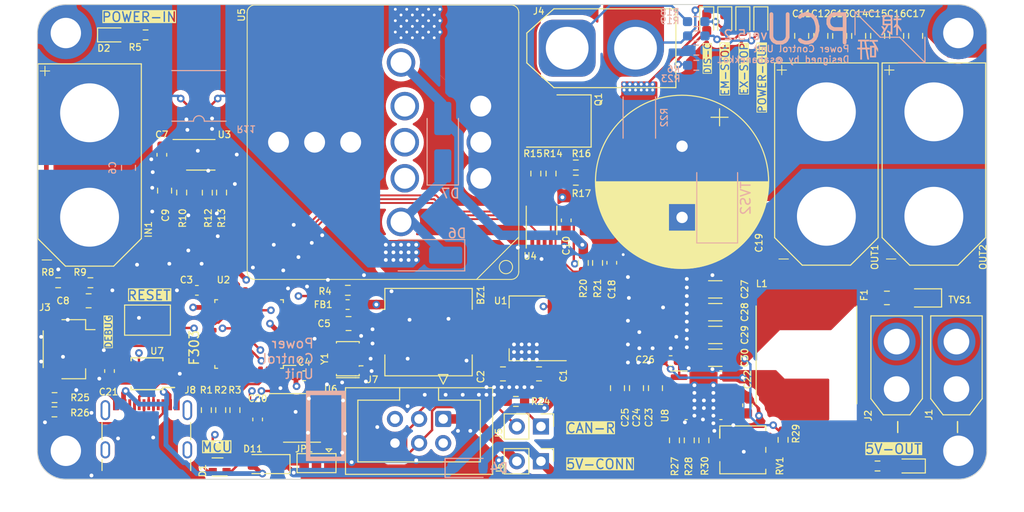
<source format=kicad_pcb>
(kicad_pcb (version 20240108) (generator "pcbnew") (generator_version "8.0")
  (layers (0 "F.Cu" signal) (1 "In1.Cu" signal) (2 "In2.Cu" signal) (31 "B.Cu" signal) (34 "B.Paste" user) (35 "F.Paste" user) (36 "B.SilkS" user "B.Silkscreen") (37 "F.SilkS" user "F.Silkscreen") (38 "B.Mask" user) (39 "F.Mask" user) (44 "Edge.Cuts" user))
  (net 0 "")
  (net 1 "Net-(BZ1--)")
  (net 2 "GND")
  (net 3 "+5V")
  (net 4 "+3.3V")
  (net 5 "+BATT")
  (net 6 "/MCU/I_SENS")
  (net 7 "/MCU/V_SENS")
  (net 8 "Net-(U8-SS)")
  (net 9 "Net-(U8-BST)")
  (net 10 "Net-(U8-SW)")
  (net 11 "Net-(D1-RK)")
  (net 12 "Net-(D1-GK)")
  (net 13 "Net-(D1-BK)")
  (net 14 "/DCDC/VOUT")
  (net 15 "Net-(D2-A)")
  (net 16 "Net-(D3-A)")
  (net 17 "/MCU/SWCLK")
  (net 18 "/MCU/SWDIO")
  (net 19 "/MCU/NRST")
  (net 20 "Net-(J5-Pin_2)")
  (net 21 "Net-(JP1-C)")
  (net 22 "Net-(Q1-G1)")
  (net 23 "Net-(Q1-G2)")
  (net 24 "Net-(D5-A)")
  (net 25 "/MCU/LED_B")
  (net 26 "/MCU/LED_G")
  (net 27 "/MCU/LED_R")
  (net 28 "/MCU/BUZZ")
  (net 29 "Net-(U3-OUT)")
  (net 30 "Net-(U3-REF)")
  (net 31 "/MCU/POWER_SD")
  (net 32 "/MCU/DISCHARGE")
  (net 33 "/MCU/EX_STOP")
  (net 34 "Net-(U7-UD+)")
  (net 35 "Net-(U7-UD-)")
  (net 36 "Net-(U4-OUTA)")
  (net 37 "Net-(D6-K)")
  (net 38 "Net-(D8-K)")
  (net 39 "Net-(U4-OUTB)")
  (net 40 "Net-(U2-PF0)")
  (net 41 "Net-(U2-PF1)")
  (net 48 "/CAN/CAN-RXD")
  (net 49 "/CAN/CAN-TXD")
  (net 50 "/MCU/UART-RX")
  (net 51 "/MCU/UART-TX")
  (net 54 "Net-(U8-RT{slash}CLK)")
  (net 55 "Net-(R27-Pad2)")
  (net 56 "Net-(R29-Pad2)")
  (net 57 "Net-(R30-Pad1)")
  (net 58 "Net-(U8-FB)")
  (net 59 "Net-(D7-A)")
  (net 60 "Net-(D10-K)")
  (net 61 "Net-(D8-A)")
  (net 62 "Net-(D9-A)")
  (net 63 "+24V")
  (net 71 "/LOGO")
  (net 72 "Net-(D10-A)")
  (net 73 "+3.3VA")
  (net 74 "Net-(J5-Pin_1)")
  (net 75 "Net-(J6-Pin_2)")
  (net 77 "Net-(J7-Pin_3)")
  (net 79 "Net-(J8-CC1)")
  (net 81 "Net-(J8-CC2)")
  (net 84 "+5VD")
  (net 85 "Net-(D11-A)")
  (footprint "Fuse:Fuse_0805_2012Metric_Pad1.15x1.40mm_HandSolder" (layer "F.Cu") (at 189.475 80.9)
    (property "Reference" "F1")
    (property "Value" "Polyfuse")
  )
  (footprint "Buzzer_Beeper:Buzzer_CUI_CPT-9019S-SMT" (layer "F.Cu") (at 141.2 84.5)
    (property "Reference" "BZ1")
    (property "Value" "Buzzer")
  )
  (footprint "Resistor_SMD:R_0603_1608Metric_Pad0.98x0.95mm_HandSolder" (layer "F.Cu") (at 132.7 80.1)
    (property "Reference" "R4")
    (property "Value" "100")
  )
  (footprint "Resistor_SMD:R_0603_1608Metric_Pad0.98x0.95mm_HandSolder" (layer "F.Cu") (at 101.8125 91.4 180)
    (property "Reference" "R25")
    (property "Value" "5.1k")
  )
  (footprint "Package_SO:MSOP-8_3x3mm_P0.65mm" (layer "F.Cu") (at 153.1 72.73 90)
    (property "Reference" "U4")
    (property "Value" "MIC4127")
  )
  (footprint "Resistor_SMD:R_0603_1608Metric_Pad0.98x0.95mm_HandSolder" (layer "F.Cu") (at 154.1 67.8 90)
    (property "Reference" "R14")
    (property "Value" "22")
  )
  (footprint "Connector_IDC:IDC-Header_2x03_P2.54mm_Vertical" (layer "F.Cu") (at 142.745 93.6475 -90)
    (property "Reference" "J7")
    (property "Value" "Conn_02x03_Odd_Even")
  )
  (footprint "Resistor_SMD:R_0603_1608Metric_Pad0.98x0.95mm_HandSolder" (layer "F.Cu") (at 120.81 92.7125 90)
    (property "Reference" "R3")
    (property "Value" "1k")
  )
  (footprint "Capacitor_SMD:C_0603_1608Metric_Pad1.08x0.95mm_HandSolder" (layer "F.Cu") (at 107.6 88.6 -90)
    (property "Reference" "C21")
    (property "Value" "0.1u")
  )
  (footprint "Resistor_SMD:R_0603_1608Metric_Pad0.98x0.95mm_HandSolder" (layer "F.Cu") (at 152.5 67.8 90)
    (property "Reference" "R15")
    (property "Value" "22")
  )
  (footprint "Capacitor_SMD:C_0805_2012Metric_Pad1.18x1.45mm_HandSolder" (layer "F.Cu") (at 149.0375 88.9)
    (property "Reference" "C2")
    (property "Value" "4.7u")
  )
  (footprint "Inductor_SMD:L_0603_1608Metric_Pad1.05x0.95mm_HandSolder" (layer "F.Cu") (at 132.675 81.6)
    (property "Reference" "FB1")
    (property "Value" "FerriteBead")
  )
  (footprint "Capacitor_SMD:C_0805_2012Metric_Pad1.18x1.45mm_HandSolder" (layer "F.Cu") (at 163.1 90.4 90)
    (property "Reference" "C24")
    (property "Value" "4.7u")
  )
  (footprint "MountingHole:MountingHole_3.2mm_M3_ISO14580_Pad" (layer "F.Cu") (at 103 97)
    (property "Reference" "H2" (hide yes))
    (property "Value" "MountingHole_Pad")
  )
  (footprint "Capacitor_SMD:C_0603_1608Metric_Pad1.08x0.95mm_HandSolder" (layer "F.Cu") (at 123.2 93.7 90)
    (property "Reference" "C20")
    (property "Value" "0.1u")
  )
  (footprint "Resistor_SMD:R_0603_1608Metric_Pad0.98x0.95mm_HandSolder" (layer "F.Cu") (at 156.7125 66.9)
    (property "Reference" "R16")
    (property "Value" "10k")
  )
  (footprint "Capacitor_SMD:C_0603_1608Metric_Pad1.08x0.95mm_HandSolder" (layer "F.Cu") (at 166.7 87.5 180)
    (property "Reference" "C26")
    (property "Value" "0.1u")
  )
  (footprint "Connector_USB:USB_C_Receptacle_GCT_USB4105-xx-A_16P_TopMnt_Horizontal" (layer "F.Cu") (at 111.48 95.825)
    (property "Reference" "J8")
    (property "Value" "USB_C_Receptacle_USB2.0")
  )
  (footprint "Jumper:SolderJumper-3_P1.3mm_Open_Pad1.0x1.5mm" (layer "F.Cu") (at 129.4 98.3 180)
    (property "Reference" "JP1")
    (property "Value" "SolderJumper_3_Open")
  )
  (footprint "Diode_SMD:D_0805_2012Metric_Pad1.15x1.40mm_HandSolder" (layer "F.Cu") (at 193.375 80.9 180)
    (property "Reference" "TVS1")
    (property "Value" "D_TVS")
  )
  (footprint "Package_SO:SOIC-8_3.9x4.9mm_P1.27mm" (layer "F.Cu") (at 127.875 93.535)
    (property "Reference" "U6")
    (property "Value" "MCP2551-I-SN")
  )
  (footprint "Crystal:Resonator_SMD_Murata_CSTxExxV-3Pin_3.0x1.1mm_HandSoldering" (layer "F.Cu") (at 132.7 87.3 90)
    (property "Reference" "Y1")
    (property "Value" "Resonator")
  )
  (footprint "LED_SMD:LED_0603_1608Metric_Pad1.05x0.95mm_HandSolder" (layer "F.Cu") (at 108 53.2)
    (property "Reference" "D2")
    (property "Value" "LED")
  )
  (footprint "Inductor_SMD:L_Taiyo-Yuden_NR-10050_9.8x10.0mm_HandSoldering" (layer "F.Cu") (at 181 86.9 90)
    (property "Reference" "L1")
    (property "Value" "10u")
  )
  (footprint "Capacitor_SMD:C_0805_2012Metric_Pad1.18x1.45mm_HandSolder" (layer "F.Cu") (at 190.5 53.3 90)
    (property "Reference" "C16")
    (property "Value" "4.7u")
  )
  (footprint "Capacitor_SMD:C_0603_1608Metric_Pad1.08x0.95mm_HandSolder" (layer "F.Cu") (at 174.8 92.2 90)
    (property "Reference" "C22")
    (property "Value" "0.01u")
  )
  (footprint "LED_SMD:LED_0603_1608Metric_Pad1.05x0.95mm_HandSolder" (layer "F.Cu") (at 176.2 51.9 -90)
    (property "Reference" "D3" (hide yes))
    (property "Value" "LED")
  )
  (footprint "Resistor_SMD:R_0603_1608Metric_Pad0.98x0.95mm_HandSolder" (layer "F.Cu") (at 178.54 95.85 -90)
    (property "Reference" "R29")
    (property "Value" "47k")
  )
  (footprint "Resistor_SMD:R_0603_1608Metric_Pad0.98x0.95mm_HandSolder" (layer "F.Cu") (at 170.2 95.9 90)
    (property "Reference" "R30")
    (property "Value" "10k")
  )
  (footprint "Capacitor_SMD:C_0603_1608Metric_Pad1.08x0.95mm_HandSolder" (layer "F.Cu") (at 155.7 72.73 -90)
    (property "Reference" "C10")
    (property "Value" "4.7u")
  )
  (footprint "MountingHole:MountingHole_3.2mm_M3_ISO14580_Pad" (layer "F.Cu") (at 197 53)
    (property "Reference" "H3" (hide yes))
    (property "Value" "MountingHole_Pad")
  )
  (footprint "Resistor_SMD:R_0603_1608Metric_Pad0.98x0.95mm_HandSolder" (layer "F.Cu") (at 119.31 92.7125 90)
    (property "Reference" "R2")
    (property "Value" "1k")
  )
  (footprint "Capacitor_SMD:C_1206_3216Metric_Pad1.33x1.80mm_HandSolder" (layer "F.Cu") (at 171.4025 84.8 180)
    (property "Reference" "C29")
    (property "Value" "47u")
  )
  (footprint "Package_QFP:LQFP-32_7x7mm_P0.8mm" (layer "F.Cu") (at 122.3 84.7 180)
    (property "Reference" "U2")
    (property "Value" "STM32F303K8Tx")
  )
  (footprint "Resistor_SMD:R_0603_1608Metric_Pad0.98x0.95mm_HandSolder" (layer "F.Cu") (at 102.1875 79.3)
    (property "Reference" "R8")
    (property "Value" "10k")
  )
  (footprint "LED_SMD:LED_0603_1608Metric_Pad1.05x0.95mm_HandSolder" (layer "F.Cu") (at 174.3 51.9 -90)
    (property "Reference" "D9" (hide yes))
    (property "Value" "LED")
  )
  (footprint "Robocon_Connector:XT90" (layer "F.Cu") (at 105.5 66.9 90)
    (property "Reference" "IN1")
    (property "Value" "Conn_01x02")
  )
  (footprint "Resistor_SMD:R_0603_1608Metric_Pad0.98x0.95mm_HandSolder" (layer "F.Cu") (at 157.5 77.2125 -90)
    (property "Reference" "R20")
    (property "Value" "10k")
  )
  (footprint "MountingHole:MountingHole_3.2mm_M3_ISO14580_Pad" (layer "F.Cu") (at 197 97)
    (property "Reference" "H4" (hide yes))
    (property "Value" "MountingHole_Pad")
  )
  (footprint "Capacitor_SMD:C_0805_2012Metric_Pad1.18x1.45mm_HandSolder" (layer "F.Cu") (at 152.8375 88.9 180)
    (property "Reference" "C1")
    (property "Value" "4.7u")
  )
  (footprint "Resistor_SMD:R_0603_1608Metric_Pad0.98x0.95mm_HandSolder" (layer "F.Cu") (at 105.5875 79.3)
    (property "Reference" "R9")
    (property "Value" "1k")
  )
  (footprint "Capacitor_SMD:C_0805_2012Metric_Pad1.18x1.45mm_HandSolder" (layer "F.Cu") (at 184.5 53.304 90)
    (property "Reference" "C13")
    (property "Value" "4.7u")
  )
  (footprint "Capacitor_SMD:C_0805_2012Metric_Pad1.18x1.45mm_HandSolder" (layer "F.Cu") (at 186.5 53.304 90)
    (property "Reference" "C14")
    (property "Value" "4.7u")
  )
  (footprint "Capacitor_SMD:C_0805_2012Metric_Pad1.18x1.45mm_HandSolder" (layer "F.Cu") (at 192.5 53.3 90)
    (property "Reference" "C17")
    (property "Value" "4.7u")
  )
  (footprint "Capacitor_SMD:C_0603_1608Metric_Pad1.08x0.95mm_HandSolder" (layer "F.Cu") (at 128.1 89.1)
    (property "Reference" "C4")
    (property "Value" "0.1u")
  )
  (footprint "Resistor_SMD:R_0603_1608Metric_Pad0.98x0.95mm_HandSolder" (layer "F.Cu") (at 119.4 69.8 90)
    (property "Reference" "R13")
    (property "Value" "10k")
  )
  (footprint "Capacitor_SMD:C_0805_2012Metric_Pad1.18x1.45mm_HandSolder" (layer "F.Cu") (at 132.775 83.6)
    (property "Reference" "C5")
    (property "Value" "4.7u")
  )
  (footprint "Connector_AMASS:AMASS_XT60-F_1x02_P7.20mm_Vertical" (layer "F.Cu") (at 155.8 54.6)
    (property "Reference" "J4")
    (property "Value" "Conn_01x02")
  )
  (footprint "MountingHole:MountingHole_3.2mm_M3_ISO14580_Pad" (layer "F.Cu") (at 103 53)
    (property "Reference" "H1" (hide yes))
    (property "Value" "MountingHole_Pad")
  )
  (footprint "Robocon_Switch:KMR621NG" (layer "F.Cu") (at 111.6 83.3)
    (property "Reference" "SW1" (hide yes))
    (property "Value" "SW_Push")
  )
  (footprint "Resistor_SMD:R_0603_1608Metric_Pad0.98x0.95mm_HandSolder" (layer "F.Cu") (at 101.8 92.9 180)
    (property "Reference" "R26")
    (property "Value" "5.1k")
  )
  (footprint "Connector_JST:JST_SH_SM04B-SRSS-TB_1x04-1MP_P1.00mm_Horizontal" (layer "F.Cu") (at 103.3 86.3 -90)
    (property "Reference" "J3")
    (property "Value" "Conn_01x04")
  )
  (footprint "Robocon_Connector:XT90" (layer "F.Cu") (at 194.42 66.8 90)
    (property "Reference" "OUT2")
    (property "Value" "Conn_01x02")
  )
  (footprint "Package_SO:SOIC-8-1EP_3.9x4.9mm_P1.27mm_EP2.95x4.9mm_Mask2.71x3.4mm" (layer "F.Cu") (at 170.16 91.15)
    (property "Reference" "U8")
    (property "Value" "AP64502")
  )
  (footprint "Capacitor_SMD:C_0603_1608Metric_Pad1.08x0.95mm_HandSolder" (layer "F.Cu") (at 116.8 80.1 180)
    (property "Reference" "C3")
    (property "Value" "0.1u")
  )
  (footprint "Robocon_MOSFET:PDFN5x6" (layer "F.Cu") (at 154.625 62.265)
    (property "Reference" "Q1")
    (property "Value" "SI7938DP")
  )
  (footprint "Robocon_Relay:PC795_PCB" (layer "F.Cu") (at 136.4 64.5)
    (property "Reference" "U5")
    (property "Value" "PC795-1C-P-12S-X")
  )
  (footprint "Resistor_SMD:R_0603_1608Metric_Pad0.98x0.95mm_HandSolder" (layer "F.Cu") (at 167.1 95.9 -90)
    (property "Reference" "R27")
    (property "Value" "100k")
  )
  (footprint "Resistor_SMD:R_0603_1608Metric_Pad0.98x0.95mm_HandSolder" (layer "F.Cu") (at 168.66 95.9 90)
    (property "Reference" "R28")
    (property "Value" "100k")
  )
  (footprint "Resistor_SMD:R_0603_1608Metric_Pad0.98x0.95mm_HandSolder" (layer "F.Cu") (at 117.9 69.8125 90)
    (property "Reference" "R12")
    (property "Value" "10k")
  )
  (footprint "Capacitor_SMD:C_0805_2012Metric_Pad1.18x1.45mm_HandSolder" (layer "F.Cu") (at 180.5 53.3 90)
    (property "Reference" "C11")
    (property "Value" "4.7u")
  )
  (footprint "LED_SMD:LED_0603_1608Metric_Pad1.05x0.95mm_HandSolder" (layer "F.Cu") (at 172.4 51.9 -90)
    (property "Reference" "D8" (hide yes))
    (property "Value" "LED")
  )
  (footprint "LED_SMD:LED_0603_1608Metric_Pad1.05x0.95mm_HandSolder" (layer "F.Cu") (at 170.5 51.9 -90)
    (property "Reference" "D10" (hide yes))
    (property "Value" "LED")
  )
  (footprint "Package_SO:MSOP-8_3x3mm_P0.65mm" (layer "F.Cu") (at 117.2125 65.825)
    (property "Reference" "U3")
    (property "Value" "MAX40056")
  )
  (footprint "Resistor_SMD:R_0603_1608Metric_Pad0.98x0.95mm_HandSolder" (layer "F.Cu") (at 117.8 92.7125 90)
    (property "Reference" "R1")
    (property "Value" "1k")
  )
  (footprint "Capacitor_SMD:C_0805_2012Metric_Pad1.18x1.45mm_HandSolder" (layer "F.Cu") (at 182.515 53.304 90)
    (property "Reference" "C12")
    (property "Value" "4.7u")
  )
  (footprint "Capacitor_SMD:C_0805_2012Metric_Pad1.18x1.45mm_HandSolder" (layer "F.Cu") (at 188.5 53.3 90)
    (property "Reference" "C15")
    (property "Value" "4.7u")
  )
  (footprint "Connector_AMASS:AMASS_XT30U-F_1x02_P5.0mm_Vertical" (layer "F.Cu") (at 196.8 90.5 90)
    (property "Reference" "J1")
    (property "Value" "Conn_01x02")
  )
  (footprint "Capacitor_SMD:C_1206_3216Metric_Pad1.33x1.80mm_HandSolder" (layer "F.Cu") (at 171.4 80 180)
    (property "Reference" "C27")
    (property "Value" "47u")
  )
  (footprint "Capacitor_SMD:C_0603_1608Metric_Pad1.08x0.95mm_HandSolder" (layer "F.Cu") (at 113.1125 65.825 -90)
    (property "Reference" "C7")
    (property "Value" "0.1u")
  )
  (footprint "Robocon_Connector:XT90" (layer "F.Cu") (at 183.1 66.8 90)
    (property "Reference" "OUT1")
    (property "Value" "Conn_01x02")
  )
  (footprint "Connector_PinHeader_2.54mm:PinHeader_1x02_P2.54mm_Vertical" (layer "F.Cu") (at 153.04 94.44 -90)
    (property "Reference" "J5")
    (property "Value" "Conn_01x02")
  )
  (footprint "Resistor_SMD:R_0603_1608Metric_Pad0.98x0.95mm_HandSolder" (layer "F.Cu") (at 188.4875 98.6)
    (property "Reference" "R7" (hide yes))
    (property "Value" "1k")
  )
  (footprint "Package_TO_SOT_SMD:SOT-223-3_TabPin2" (layer "F.Cu") (at 151.6 84.1 180)
    (property "Reference" "U1")
    (property "Value" "TLV1117-33")
  )
  (footprint "Capacitor_SMD:C_1206_3216Metric_Pad1.33x1.80mm_HandSolder" (layer "F.Cu") (at 171.4 87.2 180)
    (property "Reference" "C30")
    (property "Value" "47u")
  )
  (footprint "Capacitor_THT:CP_Radial_D18.0mm_P7.50mm" (layer "F.Cu") (at 167.9 64.92222 -90)
    (property "Reference" "C19")
    (property "Value" "35v 5600uF")
  )
  (footprint "Connector_PinHeader_2.54mm:PinHeader_1x02_P2.54mm_Vertical" (layer "F.Cu") (at 153.04 98.1 -90)
    (property "Reference" "J6")
    (property "Value" "Conn_01x02")
  )
  (footprint "Capacitor_SMD:C_0805_2012Metric_Pad1.18x1.45mm_HandSolder" (layer "F.Cu") (at 113.4 69.6 90)
    (property "Reference" "C9")
    (property "Value" "4.7u")
  )
  (footprint "Resistor_SMD:R_0603_1608Metric_Pad0.98x0.95mm_HandSolder" (layer "F.Cu") (at 156.7125 68.5)
    (property "Reference" "R17")
    (property "Value" "10k")
  )
  (footprint "LED_SMD:LED_0603_1608Metric_Pad1.05x0.95mm_HandSolder" (layer "F.Cu") (at 191.8625 98.6 180)
    (property "Reference" "D5" (hide yes))
    (property "Value" "LED")
  )
  (footprint "LED_SMD:LED_LiteOn_LTST-C19HE1WT" (layer "F.Cu") (at 119.2 98.7 -90)
    (property "Reference" "D1")
    (property "Value" "LED_RGBA")
  )
  (footprint "Resistor_SMD:R_0603_1608Metric_Pad0.98x0.95mm_HandSolder" (layer "F.Cu") (at 115.2 69.8 -90)
    (property "Reference" "R10")
    (property "Value" "10k")
  )
  (footprint "Capacitor_SMD:C_0805_2012Metric_Pad1.18x1.45mm_HandSolder" (layer "F.Cu") (at 165.1 90.4 90)
    (property "Reference" "C23")
    (property "Value" "4.7u")
  )
  (footprint "Resistor_SMD:R_0603_1608Metric_Pad0.98x0.95mm_HandSolder" (layer "F.Cu") (at 159 77.2125 90)
    (property "Reference" "R21")
    (property "Value" "1k")
  )
  (footprint "Capacitor_SMD:C_1206_3216Metric_Pad1.33x1.80mm_HandSolder" (layer "F.Cu") (at 171.4 82.4 180)
    (property "Reference" "C28")
    (property "Value" "47u")
  )
  (footprint "Package_SO:MSOP-10_3x3mm_P0.5mm" (layer "F.Cu") (at 111.55 88.885 180)
    (property "Reference" "U7")
    (property "Value" "CH340E")
  )
  (footprint "Capacitor_SMD:C_0603_1608Metric_Pad1.08x0.95mm_HandSolder" (layer "F.Cu") (at 160.5 77.2 90)
    (property "Reference" "C18")
    (property "Value" "0.1u")
  )
  (footprint "Potentiometer_SMD:Potentiometer_Bourns_3224J_Horizontal" (layer "F.Cu") (at 174.3 96.9)
    (property "Reference" "RV1")
    (property "Value" "10k")
  )
  (footprint "Capacitor_SMD:C_0805_2012Metric_Pad1.18x1.45mm_HandSolder" (layer "F.Cu") (at 105.4 81.2)
    (property "Reference" "C8")
    (property "Value" "4.7u")
  )
  (footprint "Resistor_SMD:R_0603_1608Metric_Pad0.98x0.95mm_HandSolder" (layer "F.Cu") (at 111.4 53.2 180)
    (property "Reference" "R5")
    (property "Value" "1k")
  )
  (footprint "Connector_AMASS:AMASS_XT30U-F_1x02_P5.0mm_Vertical" (layer "F.Cu") (at 190.5 90.5 90)
    (property "Reference" "J2")
    (property "Value" "Conn_01x02")
  )
  (footprint "Resistor_SMD:R_0603_1608Metric_Pad0.98x0.95mm_HandSolder" (layer "F.Cu") (at 150.4 91.8 180)
    (property "Reference" "R24")
    (property "Value" "120")
  )
  (footprint "Diode_SMD:D_SOD-123" (layer "F.Cu") (at 124.25 98.4 180)
    (property "Reference" "D11")
    (property "Value" "D")
  )
  (footprint "Capacitor_SMD:C_0805_2012Metric_Pad1.18x1.45mm_HandSolder" (layer "F.Cu") (at 161.1 90.4 90)
    (property "Reference" "C25")
    (property "Value" "4.7u")
  )
  (footprint "Resistor_SMD:R_0603_1608Metric_Pad0.98x0.95mm_HandSolder" (layer "B.Cu") (at 169.4 56.4 180)
    (property "Reference" "R23")
    (property "Value" "1k")
  )
  (footprint "Capacitor_SMD:C_0805_2012Metric_Pad1.18x1.45mm_HandSolder" (layer "B.Cu") (at 109.6 67.2 -90)
    (property "Reference" "C6")
    (property "Value" "4.7u")
  )
  (footprint "Diode_SMD:D_SOD-123" (layer "B.Cu") (at 145.3 98.8)
    (property "Reference" "D4")
    (property "Value" "D")
  )
  (footprint "Resistor_SMD:R_0603_1608Metric_Pad0.98x0.95mm_HandSolder" (layer "B.Cu") (at 169.3875 51.8)
    (property "Reference" "R18")
    (property "Value" "1k")
  )
  (footprint "Robocon_Resistor:PU3921" (layer "B.Cu") (at 117 59.7)
    (property "Reference" "R11")
    (property "Value" "0.5m")
  )
  (footprint "Diode_SMD:D_SMA_Handsoldering" (layer "B.Cu") (at 142.7 64.5 90)
    (property "Reference" "D7")
    (property "Value" "D")
  )
  (footprint "Resistor_SMD:R_0603_1608Metric_Pad0.98x0.95mm_HandSolder" (layer "B.Cu") (at 169.4 54.8)
    (property "Reference" "R6")
    (property "Value" "1k")
  )
  (footprint "Resistor_SMD:R_2512_6332Metric" (layer "B.Cu") (at 163.4 61.9 90)
    (property "Reference" "R22")
    (property "Value" "10")
  )
  (footprint "Resistor_SMD:R_0603_1608Metric_Pad0.98x0.95mm_HandSolder" (layer "B.Cu") (at 169.4 53.3)
    (property "Reference" "R19")
    (property "Value" "1k")
  )
  (footprint "Sabanekko_icon:sabanegi" (layer "B.Cu") (at 188.911 50.0155 180)
    (property "Reference" "LOGO1" (hide yes))
    (property "Value" "MountingHole_Pad")
  )
  (footprint "Diode_SMD:D_SMA_Handsoldering" (layer "B.Cu") (at 140.5 76.4 180)
    (property "Reference" "D6")
    (property "Value" "D")
  )
  (footprint "Diode_SMD:D_SMB_Handsoldering" (layer "B.Cu") (at 171.6 70.4 90)
    (property "Reference" "TVS2")
    (property "Value" "D_TVS")
  )
  (gr_line (start 103 100) (end 197 100) (stroke (width 0.1)) (layer "Edge.Cuts"))
  (gr_arc (start 100 53) (mid 100.87868 50.87868) (end 103 50) (stroke (width 0.1)) (layer "Edge.Cuts"))
  (gr_line (start 100 53) (end 100 97) (stroke (width 0.1)) (layer "Edge.Cuts"))
  (gr_arc (start 103 100) (mid 100.87868 99.12132) (end 100 97) (stroke (width 0.1)) (layer "Edge.Cuts"))
  (gr_line (start 197 50) (end 103 50) (stroke (width 0.1)) (layer "Edge.Cuts"))
  (gr_arc (start 200 97) (mid 199.12132 99.12132) (end 197 100) (stroke (width 0.1)) (layer "Edge.Cuts"))
  (gr_line (start 200 97) (end 200 53) (stroke (width 0.1)) (layer "Edge.Cuts"))
  (gr_arc (start 197 50) (mid 199.12132 50.87868) (end 200 53) (stroke (width 0.1)) (layer "Edge.Cuts"))
  (gr_text "Power Control Unit\nDesigned by @sabanekko1" (at 185.6 56.2 0) (layer "B.SilkS") (effects (font (size 0.7 0.7) (thickness 0.12) (bold yes)) (justify left bottom mirror)))
  (gr_text "Power\nControl\nUnit" (at 129.2 89.5 0) (layer "B.SilkS") (effects (font (size 1 1)) (justify left bottom mirror)))
  (gr_text "ver5.2" (at 177 53.8 0) (layer "B.SilkS") (effects (font (size 1 1)) (justify left bottom mirror)))
  (gr_text "行" (at 132.9 97.6 0) (layer "B.SilkS") (effects (font (size 6 6)) (justify left bottom mirror)))
  (gr_text "PCU" (at 186 54.4 0) (layer "B.SilkS") (effects (font (size 3 3) (thickness 0.4)) (justify left bottom mirror)))
  (gr_text "5V-OUT" (at 187.1 97.4 0) (layer "F.SilkS" knockout) (effects (font (size 1 1)) (justify left bottom)))
  (gr_text "RESET" (at 109.4 81.2 0) (layer "F.SilkS" knockout) (effects (font (size 1 1)) (justify left bottom)))
  (gr_text "POWER-OUT" (at 176.8 61.5 90) (layer "F.SilkS" knockout) (effects (font (size 0.8 0.8) (thickness 0.13)) (justify left bottom)))
  (gr_text "CAN-R" (at 155.6 95.2 0) (layer "F.SilkS" knockout) (effects (font (size 1 1)) (justify left bottom)))
  (gr_text "DEBUG" (at 107.9 86.3 90) (layer "F.SilkS" knockout) (effects (font (size 0.7 0.7) (thickness 0.12) (bold yes)) (justify left bottom)))
  (gr_text "F303" (at 117.1 88.1 90) (layer "F.SilkS") (effects (font (size 1 1)) (justify left bottom)))
  (gr_text "EX-STOP" (at 174.9 59.6 90) (layer "F.SilkS" knockout) (effects (font (size 0.8 0.8) (thickness 0.13)) (justify left bottom)))
  (gr_text "EM-STOP" (at 172.9 59.7 90) (layer "F.SilkS" knockout) (effects (font (size 0.8 0.8) (thickness 0.13)) (justify left bottom)))
  (gr_text "MCU" (at 117.2 97.2 0) (layer "F.SilkS" knockout) (effects (font (size 1 1)) (justify left bottom)))
  (gr_text "POWER-IN" (at 106.7 51.9 0) (layer "F.SilkS" knockout) (effects (font (size 1 1)) (justify left bottom)))
  (gr_text "5V-CONN" (at 155.6 99 0) (layer "F.SilkS" knockout) (effects (font (size 1 1)) (justify left bottom)))
  (gr_text "DIS-C" (at 171 57.4 90) (layer "F.SilkS" knockout) (effects (font (size 0.7 0.7) (thickness 0.12) (bold yes)) (justify left bottom)))
  (segment (start 133.6125 80.1) (end 132.7 81.0125) (width 0.25) (layer "F.Cu") (net 1))
  (segment (start 133.15 82.55) (end 135.25 82.55) (width 0.25) (layer "F.Cu") (net 1))
  (segment (start 132.7 82.1) (end 133.15 82.55) (width 0.25) (layer "F.Cu") (net 1))
  (segment (start 135.25 82.55) (end 137.2 84.5) (width 0.25) (layer "F.Cu") (net 1))
  (segment (start 132.7 81.0125) (end 132.7 82.1) (width 0.25) (layer "F.Cu") (net 1))
  (segment (start 120.4625 67.825) (end 119.4 68.8875) (width 0.25) (layer "F.Cu") (net 2))
  (segment (start 106.4375 79.3625) (end 106.5 79.3) (width 0.5) (layer "F.Cu") (net 2))
  (segment (start 100.9 92.8875) (end 100.8875 92.9) (width 0.25) (layer "F.Cu") (net 2))
  (segment (start 119.4 68.8875) (end 120.7875 68.8875) (width 0.25) (layer "F.Cu") (net 2))
  (segment (start 107.9 80.1) (end 107.1 79.3) (width 0.5) (layer "F.Cu") (net 2))
  (segment (start 123.2 92.8375) (end 125.3375 92.8375) (width 0.5) (layer "F.Cu") (net 2))
  (segment (start 119.5 80.427728) (end 119.5 80.525) (width 0.5) (layer "F.Cu") (net 2))
  (segment (start 153.1 76.8) (end 153.425 76.475) (width 0.25) (layer "F.Cu") (net 2))
  (segment (start 115.9375 80.1) (end 114.7 80.1) (width 0.5) (layer "F.Cu") (net 2))
  (segment (start 109.187 81.387) (end 107.9 80.1) (width 0.5) (layer "F.Cu") (net 2))
  (segment (start 132.7 87.3) (end 135.1 87.3) (width 0.5) (layer "F.Cu") (net 2))
  (segment (start 120.4625 66.523959) (end 120.4625 67.825) (width 0.25) (layer "F.Cu") (net 2))
  (segment (start 123.283904 91.616096) (end 123.283904 91.648369) (width 0.5) (layer "F.Cu") (net 2))
  (segment (start 109.187 82.411) (end 109.187 81.387) (width 0.5) (layer "F.Cu") (net 2))
  (segment (start 131 98.3) (end 132.1 97.2) (width 0.25) (layer "F.Cu") (net 2))
  (segment (start 174.8 91.3375) (end 176 92.5375) (width 0.25) (layer "F.Cu") (net 2))
  (segment (start 113.1125 66.6875) (end 113.1125 68.275) (width 0.25) (layer "F.Cu") (net 2))
  (segment (start 106.4 85.8) (end 107 86.4) (width 0.5) (layer "F.Cu") (net 2))
  (segment (start 129.6 89.1) (end 130.5 90) (width 0.5) (layer "F.Cu") (net 2))
  (segment (start 123.2 92.8375) (end 123.2 91.7) (width 0.5) (layer "F.Cu") (net 2))
  (segment (start 107.1 79.3) (end 106.5 79.3) (width 0.5) (layer "F.Cu") (net 2))
  (segment (start 176 92.5375) (end 176 93.3) (width 0.25) (layer "F.Cu") (net 2))
  (segment (start 160.5 76.3375) (end 161.7 76.3375) (width 0.5) (layer "F.Cu") (net 2))
  (segment (start 119.325 66.15) (end 120.088541 66.15) (width 0.25) (layer "F.Cu") (net 2))
  (segment (start 128.9625 89.1) (end 129.6 89.1) (width 0.5) (layer "F.Cu") (net 2))
  (segment (start 118.247272 79.175) (end 119.5 80.427728) (width 0.5) (layer "F.Cu") (net 2))
  (segment (start 114.013 80.787) (end 114.7 80.1) (width 0.5) (layer "F.Cu") (net 2))
  (segment (start 123.2 91.7) (end 123.283904 91.616096) (width 0.5) (layer "F.Cu") (net 2))
  (segment (start 106.4375 81.2) (end 106.4375 79.3625) (width 0.5) (layer "F.Cu") (net 2))
  (segment (start 134.1 84.9) (end 133.8125 84.6125) (width 0.5) (layer "F.Cu") (net 2))
  (segment (start 128.73 91.63) (end 128.6 91.5) (width 0.5) (layer "F.Cu") (net 2))
  (segment (start 107 86.4) (end 107 86.4) (width 0.5) (layer "F.Cu") (net 2))
  (segment (start 119.325 65.5) (end 119.325 66.15) (width 0.25) (layer "F.Cu") (net 2))
  (segment (start 114.013 82.411) (end 114.013 80.787) (width 0.5) (layer "F.Cu") (net 2))
  (segment (start 100.8875 92.9) (end 100.8875 93.9125) (width 0.25) (layer "F.Cu") (net 2))
  (segment (start 107 86.4) (end 107 86.4) (width 0.5) (layer "F.Cu") (net 2))
  (segment (start 145.2 84.5) (end 145.2 87.5) (width 0.5) (layer "F.Cu") (net 2))
  (segment (start 108.28 92.145) (end 108.28 91.652272) (width 0.5) (layer "F.Cu") (net 2))
  (segment (start 114.68 92.145) (end 114.68 90.485) (width 0.5) (layer "F.Cu") (net 2))
  (segment (start 120.088541 66.15) (end 120.4625 66.523959) (width 0.25) (layer "F.Cu") (net 2))
  (segment (start 106.5255 89.4) (end 106.5255 88.812) (width 0.5) (layer "F.Cu") (net 2))
  (segment (start 113.1125 68.275) (end 113.4 68.5625) (width 0.25) (layer "F.Cu") (net 2))
  (segment (start 106.5255 89.897772) (end 106.5255 89.4) (width 0.5) (layer "F.Cu") (net 2))
  (segment (start 100.8875 93.9125) (end 100.8 94) (width 0.25) (layer "F.Cu") (net 2))
  (segment (start 130.35 91.63) (end 128.73 91.63) (width 0.5) (layer "F.Cu") (net 2))
  (segment (start 160.5 76.3375) (end 159.0375 76.3375) (width 0.5) (layer "F.Cu") (net 2))
  (segment (start 112.15 67.65) (end 113.1125 66.6875) (width 0.25) (layer "F.Cu") (net 2))
  (segment (start 133.8125 84.6125) (end 133.8125 83.6) (width 0.5) (layer "F.Cu") (net 2))
  (segment (start 153.425 76.475) (end 153.425 74.8425) (width 0.25) (layer "F.Cu") (net 2))
  (segment (start 125.3375 92.8375) (end 125.4 92.9) (width 0.5) (layer "F.Cu") (net 2))
  (segment (start 114.68 90.485) (end 115 90.165) (width 0.5) (layer "F.Cu") (net 2))
  (segment (start 100.9 91.4) (end 100.9 92.8875) (width 0.25) (layer "F.Cu") (net 2))
  (segment (start 107 86.4) (end 107.6 87) (width 0.5) (layer "F.Cu") (net 2))
  (segment (start 159.0375 76.3375) (end 159 76.3) (width 0.5) (layer "F.Cu") (net 2))
  (segment (start 103.2 53.2) (end 103 53) (width 0.25) (layer "F.Cu") (net 2))
  (segment (start 113.75 88.885) (end 115 88.885) (width 0.25) (layer "F.Cu") (net 2))
  (segment (start 105.3 85.8) (end 106.4 85.8) (width 0.5) (layer "F.Cu") (net 2))
  (segment (start 115.9375 80.1) (end 116.8625 79.175) (width 0.5) (layer "F.Cu") (net 2))
  (segment (start 106.5255 88.812) (end 107.6 87.7375) (width 0.5) (layer "F.Cu") (net 2))
  (segment (start 116.8625 79.175) (end 118.247272 79.175) (width 0.5) (layer "F.Cu") (net 2))
  (segment (start 107.125 53.2) (end 103.2 53.2) (width 0.25) (layer "F.Cu") (net 2))
  (segment (start 124.3 88.875) (end 125.1 88.875) (width 0.5) (layer "F.Cu") (net 2))
  (segment (start 107.6 87) (end 107.6 87.7375) (width 0.5) (layer "F.Cu") (net 2))
  (segment (start 125.6 90.4) (end 125.6 89.375) (width 0.5) (layer "F.Cu") (net 2))
  (segment (start 108.28 91.652272) (end 106.5255 89.897772) (width 0.5) (layer "F.Cu") (net 2))
  (segment (start 115 90.165) (end 115 88.885) (width 0.5) (layer "F.Cu") (net 2))
  (segment (start 130.7 98.3) (end 131 98.3) (width 0.25) (layer "F.Cu") (net 2))
  (segment (start 120.7875 68.8875) (end 120.8 68.9) (width 0.25) (layer "F.Cu") (net 2))
  (segment (start 125.6 89.375) (end 125.1 88.875) (width 0.5) (layer "F.Cu") (net 2))
  (via (at 140 52.9) (size 0.6) (drill 0.3) (layers "F.Cu" "B.Cu") (net 2))
  (via (at 107.9 80.1) (size 0.8) (drill 0.4) (layers "F.Cu" "B.Cu") (net 2))
  (via (at 112.1 69.3) (size 0.8) (drill 0.4) (layers "F.Cu" "B.Cu") (net 2))
  (via (at 103.2 83.2) (size 0.8) (drill 0.4) (layers "F.Cu" "B.Cu") (net 2))
  (via (at 112.1 71.8) (size 0.8) (drill 0.4) (layers "F.Cu" "B.Cu") (net 2))
  (via (at 125.6 90.4) (size 0.8) (drill 0.4) (layers "F.Cu" "B.Cu") (net 2))
  (via (at 152.6 85.8) (size 0.8) (drill 0.4) (layers "F.Cu" "B.Cu") (net 2))
  (via (at 149.7 90.3) (size 0.8) (drill 0.4) (layers "F.Cu" "B.Cu") (net 2))
  (via (at 137.7 52.9) (size 0.6) (drill 0.3) (layers "F.Cu" "B.Cu") (net 2))
  (via (at 130.5 90) (size 0.8) (drill 0.4) (layers "F.Cu" "B.Cu") (net 2))
  (via (at 141.2 50.5) (size 0.6) (drill 0.3) (layers "F.Cu" "B.Cu") (net 2))
  (via (at 115.9 75.9) (size 0.8) (drill 0.4) (layers "F.Cu" "B.Cu") (net 2))
  (via (at 112 66.3) (size 0.8) (drill 0.4) (layers "F.Cu" "B.Cu") (net 2))
  (via (at 108.5 95.7) (size 0.8) (drill 0.4) (layers "F.Cu" "B.Cu") (net 2))
  (via (at 168.4 81.6) (size 0.8) (drill 0.4) (layers "F.Cu" "B.Cu") (net 2))
  (via (at 138.9 51.7) (size 0.6) (drill 0.3) (layers "F.Cu" "B.Cu") (net 2))
  (via (at 128.6 91.5) (size 0.8) (drill 0.4) (layers "F.Cu" "B.Cu") (net 2))
  (via (at 128.4 79.7) (size 0.8) (drill 0.4) (layers "F.Cu" "B.Cu") (net 2))
  (via (at 119 74.4) (size 0.8) (drill 0.4) (layers "F.Cu" "B.Cu") (net 2))
  (via (at 130 74.3) (size 0.8) (drill 0.4) (layers "F.Cu" "B.Cu") (net 2))
  (via (at 117.3 77.3) (size 0.8) (drill 0.4) (layers "F.Cu" "B.Cu") (net 2))
  (via (at 124.9 75.3) (size 0.8) (drill 0.4) (layers "F.Cu" "B.Cu") (net 2))
  (via (at 170.2 91.7) (size 0.8) (drill 0.4) (layers "F.Cu" "B.Cu") (net 2))
  (via (at 167.3 85) (size 0.8) (drill 0.4) (layers "F.Cu" "B.Cu") (net 2))
  (via (at 162.2 85.8) (size 0.8) (drill 0.4) (layers "F.Cu" "B.Cu") (net 2))
  (via (at 132.1 97.2) (size 0.8) (drill 0.4) (layers "F.Cu" "B.Cu") (net 2))
  (via (at 150.5 90.3) (size 0.8) (drill 0.4) (layers "F.Cu" "B.Cu") (net 2))
  (via (at 137.7 50.5) (size 0.6) (drill 0.3) (layers "F.Cu" "B.Cu") (net 2))
  (via (at 115.9 72.2) (size 0.8) (drill 0.4) (layers "F.Cu" "B.Cu") (net 2))
  (via (at 140.8 91.1) (size 0.8) (drill 0.4) (layers "F.Cu" "B.Cu") (net 2))
  (via (at 130.6 79) (size 0.8) (drill 0.4) (layers "F.Cu" "B.Cu") (net 2))
  (via (at 147.3 90.3) (size 0.8) (drill 0.4) (layers "F.Cu" "B.Cu") (net 2))
  (via (at 163.4 84.5) (size 0.8) (drill 0.4) (layers "F.Cu" "B.Cu") (net 2))
  (via (at 150.2 86.6) (size 0.8) (drill 0.4) (layers "F.Cu" "B.Cu") (net 2))
  (via (at 152.6 86.6) (size 0.8) (drill 0.4) (layers "F.Cu" "B.Cu") (net 2))
  (via (at 134.6 89.7) (size 0.8) (drill 0.4) (layers "F.Cu" "B.Cu") (net 2))
  (via (at 171.2 93.3) (size 0.8) (drill 0.4) (layers "F.Cu" "B.Cu") (net 2))
  (via (at 115.7 62.1) (size 0.8) (drill 0.4) (layers "F.Cu" "B.Cu") (net 2))
  (via (at 100.4 87.6) (size 0.8) (drill 0.4) (layers "F.Cu" "B.Cu") (net 2))
  (via (at 100.4 85) (size 0.8) (drill 0.4) (layers "F.Cu" "B.Cu") (net 2))
  (via (at 116.9 65.4) (size 0.8) (drill 0.4) (layers "F.Cu" "B.Cu") (net 2))
  (via (at 139.5 52.3) (size 0.6) (drill 0.3) (layers "F.Cu" "B.Cu") (net 2))
  (via (at 173.3 94.3) (size 0.8) (drill 0.4) (layers "F.Cu" "B.Cu") (net 2))
  (via (at 120.8 68.9) (size 0.8) (drill 0.4) (layers "F.Cu" "B.Cu") (net 2))
  (via (at 135.2 88.6) (size 0.8) (drill 0.4) (layers "F.Cu" "B.Cu") (net 2))
  (via (at 169.2 90.1) (size 0.8) (drill 0.4) (layers "F.Cu" "B.Cu") (net 2))
  (via (at 164.4 87.7) (size 0.8) (drill 0.4) (layers "F.Cu" "B.Cu") (net 2))
  (via (at 168.4 78.9) (size 0.8) (drill 0.4) (layers "F.Cu" "B.Cu") (net 2))
  (via (at 127.5 76.6) (size 0.8) (drill 0.4) (layers "F.Cu" "B.Cu") (net 2))
  (via (at 148.9 90.3) (size 0.8) (drill 0.4) (layers "F.Cu" "B.Cu") (net 2))
  (via (at 137.3 80.2) (size 0.8) (drill 0.4) (layers "F.Cu" "B.Cu") (net 2))
  (via (at 162.2 87.7) (size 0.8) (drill 0.4) (layers "F.Cu" "B.Cu") (net 2))
  (via (at 148.6 98) (size 0.8) (drill 0.4) (layers "F.Cu" "B.Cu") (net 2))
  (via (at 134.1 84.9) (size 0.8) (drill 0.4) (layers "F.Cu" "B.Cu") (net 2))
  (via (at 169.2 93.3) (size 0.8) (drill 0.4) (layers "F.Cu" "B.Cu") (net 2))
  (via (at 168.4 86.1) (size 0.8) (drill 0.4) (layers "F.Cu" "B.Cu") (net 2))
  (via (at 139 87.3) (size 0.8) (drill 0.4) (layers "F.Cu" "B.Cu") (net 2))
  (via (at 155.3 70.3) (size 0.8) (drill 0.4) (layers "F.Cu" "B.Cu") (net 2))
  (via (at 148.1 91.1) (size 0.8) (drill 0.4) (layers "F.Cu" "B.Cu") (net 2))
  (via (at 127.2 92.9) (size 0.8) (drill 0.4) (layers "F.Cu" "B.Cu") (net 2))
  (via (at 105.7 99.6) (size 0.8) (drill 0.4) (layers "F.Cu" "B.Cu") (net 2))
  (via (at 139 92.3) (size 0.8) (drill 0.4) (layers "F.Cu" "B.Cu") (net 2))
  (via (at 139.2 83.2) (size 0.8) (drill 0.4) (layers "F.Cu" "B.Cu") (net 2))
  (via (at 151 85.8) (size 0.8) (drill 0.4) (layers "F.Cu" "B.Cu") (net 2))
  (via (at 135.8 94.5) (size 0.8) (drill 0.4) (layers "F.Cu" "B.Cu") (net 2))
  (via (at 138.3 53.5) (size 0.6) (drill 0.3) (layers "F.Cu" "B.Cu") (net 2))
  (via (at 169.2 92.5) (size 0.8) (drill 0.4) (layers "F.Cu" "B.Cu") (net 2))
  (via (at 152.1 90.3) (size 0.8) (drill 0.4) (layers "F.Cu" "B.Cu") (net 2))
  (via (at 139.5 53.5) (size 0.6) (drill 0.3) (layers "F.Cu" "B.Cu") (net 2))
  (via (at 128.5 95.1) (size 0.8) (drill 0.4) (layers "F.Cu" "B.Cu") (net 2))
  (via (at 118.9 72) (size 0.8) (drill 0.4) (layers "F.Cu" "B.Cu") (net 2))
  (via (at 143.3 83.1) (size 0.8) (drill 0.4) (layers "F.Cu" "B.Cu") (net 2))
  (via (at 139.5 51.1) (size 0.6) (drill 0.3) (layers "F.Cu" "B.Cu") (net 2))
  (via (at 113.9 77.3) (size 0.8) (drill 0.4) (layers "F.Cu" "B.Cu") (net 2))
  (via (at 118.4 63.1) (size 0.8) (drill 0.4) (layers "F.Cu" "B.Cu") (net 2))
  (via (at 150.6 75.6) (size 0.8) (drill 0.4) (layers "F.Cu" "B.Cu") (net 2))
  (via (at 118 67.5) (size 0.8) (drill 0.4) (layers "F.Cu" "B.Cu") (net 2))
  (via (at 138.3 51.1) (size 0.6) (drill 0.3) (layers "F.Cu" "B.Cu") (net 2))
  (via (at 110.7 83) (size 0.8) (drill 0.4) (layers "F.Cu" "B.Cu") (net 2))
  (via (at 171.2 92.5) (size 0.8) (drill 0.4) (layers "F.Cu" "B.Cu") (net 2))
  (via (at 163.3 87.7) (size 0.8) (drill 0.4) (layers "F.Cu" "B.Cu") (net 2))
  (via (at 141.2 51.7) (size 0.6) (drill 0.3) (layers "F.Cu" "B.Cu") (net 2))
  (via (at 145.2 87.5) (size 0.8) (drill 0.4) (layers "F.Cu" "B.Cu") (net 2))
  (via (at 128.9 75.1) (size 0.8) (drill 0.4) (layers "F.Cu" "B.Cu") (net 2))
  (via (at 100.8 94) (size 0.8) (drill 0.4) (layers "F.Cu" "B.Cu") (net 2))
  (via (at 104.1 90.6) (size 0.8) (drill 0.4) (layers "F.Cu" "B.Cu") (net 2))
  (via (at 143 91.1) (size 0.8) (drill 0.4) (layers "F.Cu" "B.Cu") (net 2))
  (via (at 171.2 90.9) (size 0.8) (drill 0.4) (layers "F.Cu" "B.Cu") (net 2))
  (via (at 151.3 90.3) (size 0.8) (drill 0.4) (layers "F.Cu" "B.Cu") (net 2))
  (via (at 170.1 93.7) (size 0.8) (drill 0.4) (layers "F.Cu" "B.Cu") (net 2))
  (via (at 114.7 80.1) (size 0.8) (drill 0.4) (layers "F.Cu" "B.Cu") (net 2))
  (via (at 121 65.8) (size 0.8) (drill 0.4) (layers "F.Cu" "B.Cu") (net 2))
  (via (at 165.9 81.9) (size 0.8) (drill 0.4) (layers "F.Cu" "B.Cu") (net 2))
  (via (at 151 87.4) (size 0.8) (drill 0.4) (layers "F.Cu" "B.Cu") (net 2))
  (via (at 142.4 51.7) (size 0.6) (drill 0.3) (layers "F.Cu" "B.Cu") (net 2))
  (via (at 171.1 78.5) (size 0.8) (drill 0.4) (layers "F.Cu" "B.Cu") (net 2))
  (via (at 150.2 85.8) (size 0.8) (drill 0.4) (layers "F.Cu" "B.Cu") (net 2))
  (via (at 168.4 79.8) (size 0.8) (drill 0.4) (layers "F.Cu" "B.Cu") (net 2))
  (via (at 112.2 95.6) (size 0.8) (drill 0.4) (layers "F.Cu" "B.Cu") (net 2))
  (via (at 137.7 51.7) (size 0.6) (drill 0.3) (layers "F.Cu" "B.Cu") (net 2))
  (via (at 141.8 52.3) (size 0.6) (drill 0.3) (layers "F.Cu" "B.Cu") (net 2))
  (via (at 168.4 84.3) (size 0.8) (drill 0.4) (layers "F.Cu" "B.Cu") (net 2))
  (via (at 126.4 79.9) (size 0.8) (drill 0.4) (layers "F.Cu" "B.Cu") (net 2))
  (via (at 169.2 91.7) (size 0.8) (drill 0.4) (layers "F.Cu" "B.Cu") (net 2))
  (via (at 141.2 52.9) (size 0.6) (drill 0.3) (layers "F.Cu" "B.Cu") (net 2))
  (via (at 162.2 83.3) (size 0.8) (drill 0.4) (layers "F.Cu" "B.Cu") (net 2))
  (via (at 164.8 86.2) (size 0.8) (drill 0.4) (layers "F.Cu" "B.Cu") (net 2))
  (via (at 142.4 52.9) (size 0.6) (drill 0.3) (layers "F.Cu" "B.Cu") (net 2))
  (via (at 140.6 51.1) (size 0.6) (drill 0.3) (layers "F.Cu" "B.Cu") (net 2))
  (via (at 171.2 91.7) (size 0.8) (drill 0.4) (layers "F.Cu" "B.Cu") (net 2))
  (via (at 132.1 89.8) (size 0.8) (drill 0.4) (layers "F.Cu" "B.Cu") (net 2))
  (via (at 144.8 91.1) (size 0.8) (drill 0.4) (layers "F.Cu" "B.Cu") (net 2))
  (via (at 155.5 75.5) (size 0.8) (drill 0.4) (layers "F.Cu" "B.Cu") (net 2))
  (via (at 169.2 90.9) (size 0.8) (drill 0.4) (layers "F.Cu" "B.Cu") (net 2))
  (via (at 151.5 76.5) (size 0.8) (drill 0.4) (layers "F.Cu" "B.Cu") (net 2))
  (via (at 140.6 52.3) (size 0.6) (drill 0.3) (layers "F.Cu" "B.Cu") (net 2))
  (via (at 162.2 78.7) (size 0.8) (drill 0.4) (layers "F.Cu" "B.Cu") (net 2))
  (via (at 133.1 98.2) (size 0.8) (drill 0.4) (layers "F.Cu" "B.Cu") (net 2))
  (via (at 138.9 52.9) (size 0.6) (drill 0.3) (layers "F.Cu" "B.Cu") (net 2))
  (via (at 176 93.3) (size 0.8) (drill 0.4) (layers "F.Cu" "B.Cu") (net 2))
  (via (at 148.1 90.3) (size 0.8) (drill 0.4) (layers "F.Cu" "B.Cu") (net 2))
  (via (at 170.2 92.5) (size 0.8) (drill 0.4) (layers "F.Cu" "B.Cu") (net 2))
  (via (at 147.3 91.1) (size 0.8) (drill 0.4) (layers "F.Cu" "B.Cu") (net 2))
  (via (at 110.5 77.4) (size 0.8) (drill 0.4) (layers "F.Cu" "B.Cu") (net 2))
  (via (at 127 73.2) (size 0.8) (drill 0.4) (layers "F.Cu" "B.Cu") (net 2))
  (via (at 122.7 77.7) (size 0.8) (drill 0.4) (layers "F.Cu" "B.Cu") (net 2))
  (via (at 102.7 87.1) (size 0.8) (drill 0.4) (layers "F.Cu" "B.Cu") (net 2))
  (via (at 162.3 80.9) (size 0.8) (drill 0.4) (layers "F.Cu" "B.Cu") (net 2))
  (via (at 132.4 95.2) (size 0.8) (drill 0.4) (layers "F.Cu" "B.Cu") (net 2))
  (via (at 151.8 86.6) (size 0.8) (drill 0.4) (layers "F.Cu" "B.Cu") (net 2))
  (via (at 138.3 52.3) (size 0.6) (drill 0.3) (layers "F.Cu" "B.Cu") (net 2))
  (via (at 140 51.7) (size 0.6) (drill 0.3) (layers "F.Cu" "B.Cu") (net 2))
  (via (at 171.2 94.1) (size 0.8) (drill 0.4) (layers "F.Cu" "B.Cu") (net 2))
  (via (at 102.2 77.9) (size 0.8) (drill 0.4) (layers "F.Cu" "B.Cu") (net 2))
  (via (at 145.6 94.9) (size 0.8) (drill 0.4) (layers "F.Cu" "B.Cu") (net 2))
  (via (at 144.3 94.9) (size 0.8) (drill 0.4) (layers "F.Cu" "B.Cu") (net 2))
  (via (at 171.3 94.9) (size 0.8) (drill 0.4) (layers "F.Cu" "B.Cu") (net 2))
  (via (at 161.7 76.3375) (size 0.6) (drill 0.3) (layers "F.Cu" "B.Cu") (net 2))
  (via (at 135.1 87.3) (size 0.8) (drill 0.4) (layers "F.Cu" "B.Cu") (net 2))
  (via (at 141.8 53.5) (size 0.6) (drill 0.3) (layers "F.Cu" "B.Cu") (net 2))
  (via (at 146.5 91.1) (size 0.8) (drill 0.4) (layers "F.Cu" "B.Cu") (net 2))
  (via (at 168.4 85.2) (size 0.8) (drill 0.4) (layers "F.Cu" "B.Cu") (net 2))
  (via (at 105.7 93) (size 0.8) (drill 0.4) (layers "F.Cu" "B.Cu") (net 2))
  (via (at 163.4 86.2) (size 0.8) (drill 0.4) (layers "F.Cu" "B.Cu") (net 2))
  (via (at 118.4 62) (size 0.8) (drill 0.4) (layers "F.Cu" "B.Cu") (net 2))
  (via (at 151.8 85.8) (size 0.8) (drill 0.4) (layers "F.Cu" "B.Cu") (net 2))
  (via (at 142.4 50.5) (size 0.6) (drill 0.3) (layers "F.Cu" "B.Cu") (net 2))
  (via (at 125.9 78) (size 0.8) (drill 0.4) (layers "F.Cu" "B.Cu") (net 2))
  (via (at 132.2 91.7) (size 0.8) (drill 0.4) (layers "F.Cu" "B.Cu") (net 2))
  (via (at 139.9 98) (size 0.8) (drill 0.4) (layers "F.Cu" "B.Cu") (net 2))
  (via (at 129.2 85.2) (size 0.8) (drill 0.4) (layers "F.Cu" "B.Cu") (net 2))
  (via (at 168.4 80.7) (size 0.8) (drill 0.4) (layers "F.Cu" "B.Cu") (net 2))
  (via (at 115 88.885) (size 0.8) (drill 0.4) (layers "F.Cu" "B.Cu") (net 2))
  (via (at 168.4 83.4) (size 0.8) (drill 0.4) (layers "F.Cu" "B.Cu") (net 2))
  (via (at 107 86.4) (size 0.8) (drill 0.4) (layers "F.Cu" "B.Cu") (net 2))
  (via (at 151 86.6) (size 0.8) (drill 0.4) (layers "F.Cu" "B.Cu") (net 2))
  (via (at 112.15 67.65) (size 0.8) (drill 0.4) (layers "F.Cu" "B.Cu") (net 2))
  (via (at 140.6 53.5) (size 0.6) (drill 0.3) (layers "F.Cu" "B.Cu") (net 2))
  (via (at 115.8 63.2) (size 0.8) (drill 0.4) (layers "F.Cu" "B.Cu") (net 2))
  (via (at 140 50.5) (size 0.6) (drill 0.3) (layers "F.Cu" "B.Cu") (net 2))
  (via (at 171.1 88.4) (size 0.8) (drill 0.4) (layers "F.Cu" "B.Cu") (net 2))
  (via (at 138.9 50.5) (size 0.6) (drill 0.3) (layers "F.Cu" "B.Cu") (net 2))
  (via (at 168.4 82.5) (size 0.8) (drill 0.4) (layers "F.Cu" "B.Cu") (net 2))
  (via (at 150.2 87.4) (size 0.8) (drill 0.4) (layers "F.Cu" "B.Cu") (net 2))
  (via (at 135.3 85.7) (size 0.8) (drill 0.4) (layers "F.Cu" "B.Cu") (net 2))
  (via (at 134.4 78.5) (size 0.8) (drill 0.4) (layers "F.Cu" "B.Cu") (net 2))
  (via (at 168.6 88.3) (size 0.8) (drill 0.4) (layers "F.Cu" "B.Cu") (net 2))
  (via (at 151.8 87.4) (size 0.8) (drill 0.4) (layers "F.Cu" "B.Cu") (net 2))
  (via (at 135.3 84.2) (size 0.8) (drill 0.4) (layers "F.Cu" "B.Cu") (net 2))
  (via (at 174.4 97.1) (size 0.8) (drill 0.4) (layers "F.Cu" "B.Cu") (net 2))
  (via (at 168.2 94) (size 0.8) (drill 0.4) (layers "F.Cu" "B.Cu") (net 2))
  (via (at 166.7 86.2) (size 0.8) (drill 0.4) (layers "F.Cu" "B.Cu") (net 2))
  (via (at 152.6 87.4) (size 0.8) (drill 0.4) (layers "F.Cu" "B.Cu") (net 2))
  (via (at 153.1 76.8) (size 0.8) (drill 0.4) (layers "F.Cu" "B.Cu") (net 2))
  (via (at 123.283904 91.648369) (size 0.8) (drill 0.4) (layers "F.Cu" "B.Cu") (net 2))
  (via (at 106.5255 89.4) (size 0.8) (drill 0.4) (layers "F.Cu" "B.Cu") (net 2))
  (via (at 141.8 51.1) (size 0.6) (drill 0.3) (layers "F.Cu" "B.Cu") (net 2))
  (via (at 171.2 90.1) (size 0.8) (drill 0.4) (layers "F.Cu" "B.Cu") (net 2))
  (segment (start 187.575 98.6) (end 186.775 99.4) (width 1) (layer "F.Cu") (net 3))
  (segment (start 190.5 85.5) (end 187.575 88.425) (width 1) (layer "F.Cu") (net 3))
  (segment (start 187.575 88.425) (end 187.575 98.6) (width 1) (layer "F.Cu") (net 3))
  (segment (start 154.34 99.4) (end 153.04 98.1) (width 1) (layer "F.Cu") (net 3))
  (segment (start 186.775 99.4) (end 154.34 99.4) (width 1) (layer "F.Cu") (net 3))
  (segment (start 148.494365 96.55) (end 146.95 98.094365) (width 1) (layer "B.Cu") (net 3))
  (segment (start 146.95 98.094365) (end 146.95 98.8) (width 1) (layer "B.Cu") (net 3))
  (segment (start 151.49 96.55) (end 148.494365 96.55) (width 1) (layer "B.Cu") (net 3))
  (segment (start 153.04 98.1) (end 151.49 96.55) (width 1) (layer "B.Cu") (net 3))
  (segment (start 135.7 81.6) (end 133.55 81.6) (width 1) (layer "F.Cu") (net 4))
  (segment (start 118.7 95.3) (end 118.475 95.525) (width 0.25) (layer "F.Cu") (net 4))
  (segment (start 146.8 81.6) (end 135.7 81.6) (width 1) (layer "F.Cu") (net 4))
  (segment (start 117.6625 81.4375) (end 118.125 81.9) (width 0.5) (layer "F.Cu") (net 4))
  (segment (start 109.35 88.385) (end 110.35 88.385) (width 0.25) (layer "F.Cu") (net 4))
  (segment (start 148.45 84.1) (end 148.45 83.25) (width 1) (layer "F.Cu") (net 4))
  (segment (start 117.6625 80.1) (end 117.6625 81.4375) (width 0.5) (layer "F.Cu") (net 4))
  (segment (start 126.475 87.5) (end 126.475 88.3375) (width 0.5) (layer "F.Cu") (net 4))
  (segment (start 107.6 89.4625) (end 108.0225 89.885) (width 0.25) (layer "F.Cu") (net 4))
  (segment (start 108.0225 89.885) (end 109.35 89.885) (width 0.25) (layer "F.Cu") (net 4))
  (segment (start 148.45 88.45) (end 148 88.9) (width 1) (layer "F.Cu") (net 4))
  (segment (start 108.44 88.385) (end 109.35 88.385) (width 0.25) (layer "F.Cu") (net 4))
  (segment (start 148.45 84.1) (end 148.45 88.45) (width 1) (layer "F.Cu") (net 4))
  (segment (start 126.475 88.3375) (end 127.2375 89.1) (width 0.5) (layer "F.Cu") (net 4))
  (segment (start 110.7 88.035) (end 110.7 86.7) (width 0.25) (layer "F.Cu") (net 4))
  (segment (start 118.125 81.9) (end 116.4 81.9) (width 0.5) (layer "F.Cu") (net 4))
  (segment (start 107.6 89.4625) (end 107.6 89.225) (width 0.25) (layer "F.Cu") (net 4))
  (segment (start 154.75 84.1) (end 148.45 84.1) (width 1) (layer "F.Cu") (net 4))
  (segment (start 118.475 95.525) (end 118.475 98.275) (width 0.25) (layer "F.Cu") (net 4))
  (segment (start 110.35 88.385) (end 110.7 88.035) (width 0.25) (layer "F.Cu") (net 4))
  (segment (start 127.2375 90.1375) (end 127.3 90.2) (width 0.5) (layer "F.Cu") (net 4))
  (segment (start 148.45 83.25) (end 146.8 81.6) (width 1) (layer "F.Cu") (net 4))
  (segment (start 127.2375 89.1) (end 127.2375 90.1375) (width 0.5) (layer "F.Cu") (net 4))
  (segment (start 107.6 89.225) (end 108.44 88.385) (width 0.25) (layer "F.Cu") (net 4))
  (via (at 127.3 90.2) (size 0.8) (drill 0.4) (layers "F.Cu" "B.Cu") (net 4))
  (via (at 118.7 95.3) (size 0.8) (drill 0.4) (layers "F.Cu" "B.Cu") (net 4))
  (via (at 110.7 86.7) (size 0.8) (drill 0.4) (layers "F.Cu" "B.Cu") (net 4))
  (via (at 135.7 81.6) (size 0.8) (drill 0.4) (layers "F.Cu" "B.Cu") (net 4))
  (via (at 116.4 81.9) (size 0.8) (drill 0.4) (layers "F.Cu" "B.Cu") (net 4))
  (segment (start 100.95 65.95) (end 105.5 61.4) (width 0.5) (layer "F.Cu") (net 5))
  (segment (start 101.275 79.3) (end 100.95 78.975) (width 0.5) (layer "F.Cu") (net 5))
  (segment (start 116.85 61.65) (end 116.85 63.65) (width 0.25) (layer "F.Cu") (net 5))
  (segment (start 116.85 63.65) (end 115.65 64.85) (width 0.25) (layer "F.Cu") (net 5))
  (segment (start 115.65 64.85) (end 115.1 64.85) (width 0.25) (layer "F.Cu") (net 5))
  (segment (start 115.1 59.9) (end 116.85 61.65) (width 0.25) (layer "F.Cu") (net 5))
  (segment (start 112.3125 53.2) (end 112.3125 55.195) (width 0.25) (layer "F.Cu") (net 5))
  (segment (start 100.95 78.975) (end 100.95 65.95) (width 0.5) (layer "F.Cu") (net 5))
  (segment (start 106.1075 61.4) (end 105.5 61.4) (width 0.25) (layer "F.Cu") (net 5))
  (segment (start 112.3125 55.195) (end 106.1075 61.4) (width 0.25) (layer "F.Cu") (net 5))
  (via (at 115.1 59.9) (size 0.8) (drill 0.4) (layers "F.Cu" "B.Cu") (net 5))
  (segment (start 114.82 59.62) (end 114.9 59.7) (width 0.25) (layer "B.Cu") (net 5))
  (segment (start 114.9 59.7) (end 115.1 59.9) (width 0.25) (layer "B.Cu") (net 5))
  (segment (start 112.635 59.62) (end 114.82 59.62) (width 0.25) (layer "B.Cu") (net 5))
  (segment (start 117.1 75.51005) (end 121.1 79.51005) (width 0.5) (layer "F.Cu") (net 6))
  (segment (start 115.2 70.7125) (end 116.1125 70.7125) (width 0.5) (layer "F.Cu") (net 6))
  (segment (start 113.4 70.6375) (end 115.125 70.6375) (width 0.5) (layer "F.Cu") (net 6))
  (segment (start 116.1125 70.7125) (end 117.1 71.7) (width 0.5) (layer "F.Cu") (net 6))
  (segment (start 115.125 70.6375) (end 115.2 70.7125) (width 0.5) (layer "F.Cu") (net 6))
  (segment (start 117.1 71.7) (end 117.1 75.51005) (width 0.5) (layer "F.Cu") (net 6))
  (segment (start 121.1 79.51005) (end 121.1 80.525) (width 0.5) (layer "F.Cu") (net 6))
  (segment (start 107.134772 78.475) (end 107.034772 78.375) (width 0.5) (layer "F.Cu") (net 7))
  (segment (start 120.3 80.525) (end 120.3 79.7) (width 0.5) (layer "F.Cu") (net 7))
  (segment (start 107.034772 78.375) (end 105.6 78.375) (width 0.5) (layer "F.Cu") (net 7))
  (segment (start 104.675 79.3) (end 104.675 80.8875) (width 0.5) (layer "F.Cu") (net 7))
  (segment (start 120.3 79.7) (end 119.075 78.475) (width 0.5) (layer "F.Cu") (net 7))
  (segment (start 119.075 78.475) (end 107.134772 78.475) (width 0.5) (layer "F.Cu") (net 7))
  (segment (start 103.1 79.3) (end 104.675 79.3) (width 0.5) (layer "F.Cu") (net 7))
  (segment (start 105.6 78.375) (end 104.675 79.3) (width 0.5) (layer "F.Cu") (net 7))
  (segment (start 104.675 80.8875) (end 104.3625 81.2) (width 0.5) (layer "F.Cu") (net 7))
  (segment (start 172.7225 91.785) (end 173.5225 91.785) (width 0.25) (layer "F.Cu") (net 8))
  (segment (start 173.5225 91.785) (end 174.8 93.0625) (width 0.25) (layer "F.Cu") (net 8))
  (segment (start 167.5975 87.535) (end 167.5625 87.5) (width 0.25) (layer "F.Cu") (net 9))
  (segment (start 167.5975 89.245) (end 167.5975 87.535) (width 0.25) (layer "F.Cu") (net 9))
  (segment (start 165.8375 87.5) (end 165.8375 87.510254) (width 0.25) (layer "F.Cu") (net 10))
  (segment (start 165.8375 87.510254) (end 166.691851 88.364605) (width 0.25) (layer "F.Cu") (net 10))
  (via (at 174.3 89.3) (size 0.8) (drill 0.4) (layers "F.Cu" "B.Cu") (net 10))
  (via (at 166.691851 88.364605) (size 0.8) (drill 0.4) (layers "F.Cu" "B.Cu") (net 10))
  (segment (start 167.627246 89.3) (end 174.3 89.3) (width 0.25) (layer "B.Cu") (net 10))
  (segment (start 166.691851 88.364605) (end 167.627246 89.3) (width 0.25) (layer "B.Cu") (net 10))
  (segment (start 121.16 97.04) (end 121.16 93.975) (width 0.25) (layer "F.Cu") (net 11))
  (segment (start 121.16 93.975) (end 120.81 93.625) (width 0.25) (layer "F.Cu") (net 11))
  (segment (start 119.925 98.275) (end 121.16 97.04) (width 0.25) (layer "F.Cu") (net 11))
  (segment (start 121.280495 92.8125) (end 120.1225 92.8125) (width 0.25) (layer "F.Cu") (net 12))
  (segment (start 120.1225 92.8125) (end 119.31 93.625) (width 0.25) (layer "F.Cu") (net 12))
  (segment (start 121.61 97.99) (end 121.61 93.142005) (width 0.25) (layer "F.Cu") (net 12))
  (segment (start 121.61 93.142005) (end 121.280495 92.8125) (width 0.25) (layer "F.Cu") (net 12))
  (segment (start 120.475 99.125) (end 121.61 97.99) (width 0.25) (layer "F.Cu") (net 12))
  (segment (start 119.925 99.125) (end 120.475 99.125) (width 0.25) (layer "F.Cu") (net 12))
  (segment (start 118.475 99.125) (end 117.925 99.125) (width 0.25) (layer "F.Cu") (net 13))
  (segment (start 117.925 99.125) (end 117.625 98.825) (width 0.25) (layer "F.Cu") (net 13))
  (segment (start 117.625 98.825) (end 117.625 93.8) (width 0.25) (layer "F.Cu") (net 13))
  (segment (start 117.625 93.8) (end 117.8 93.625) (width 0.25) (layer "F.Cu") (net 13))
  (segment (start 172.9625 87.2) (end 174.4 87.2) (width 0.25) (layer "F.Cu") (net 14))
  (segment (start 178.1375 94.9375) (end 177.5 94.3) (width 0.25) (layer "F.Cu") (net 14))
  (segment (start 178.54 94.9375) (end 178.1375 94.9375) (width 0.25) (layer "F.Cu") (net 14))
  (segment (start 174.4 87.2) (end 174.5 87.3) (width 0.25) (layer "F.Cu") (net 14))
  (via (at 174.5 87.3) (size 0.8) (drill 0.4) (layers "F.Cu" "B.Cu") (net 14))
  (via (at 177.5 94.3) (size 0.8) (drill 0.4) (layers "F.Cu" "B.Cu") (net 14))
  (segment (start 175.974695 94.3) (end 175.1 93.425305) (width 0.25) (layer "B.Cu") (net 14))
  (segment (start 175.1 93.425305) (end 175.1 87.9) (width 0.25) (layer "B.Cu") (net 14))
  (segment (start 175.1 87.9) (end 174.5 87.3) (width 0.25) (layer "B.Cu") (net 14))
  (segment (start 177.5 94.3) (end 175.974695 94.3) (width 0.25) (layer "B.Cu") (net 14))
  (segment (start 108.875 53.2) (end 110.4875 53.2) (width 0.5) (layer "F.Cu") (net 15))
  (segment (start 175.2 53.8) (end 175.275 53.7) (width 0.25) (layer "F.Cu") (net 16))
  (segment (start 175.275 53.7) (end 176.2 52.775) (width 0.25) (layer "F.Cu") (net 16))
  (segment (start 175.2 53.7) (end 175.2 53.8) (width 0.25) (layer "F.Cu") (net 16))
  (via (at 175.2 53.8) (size 0.8) (drill 0.4) (layers "F.Cu" "B.Cu") (net 16))
  (segment (start 173.2125 53.8) (end 172.2125 54.8) (width 0.25) (layer "B.Cu") (net 16))
  (segment (start 175.2 53.8) (end 173.2125 53.8) (width 0.25) (layer "B.Cu") (net 16))
  (segment (start 172.2125 54.8) (end 170.3125 54.8) (width 0.25) (layer "B.Cu") (net 16))
  (segment (start 115.988604 85.95) (end 117.538604 87.5) (width 0.25) (layer "F.Cu") (net 17))
  (segment (start 107.287 84.887) (end 108.35 85.95) (width 0.25) (layer "F.Cu") (net 17))
  (segment (start 108.35 85.95) (end 115.988604 85.95) (width 0.25) (layer "F.Cu") (net 17))
  (segment (start 105.3 84.8) (end 105.387 84.887) (width 0.25) (layer "F.Cu") (net 17))
  (segment (start 117.538604 87.5) (end 118.125 87.5) (width 0.25) (layer "F.Cu") (net 17))
  (segment (start 105.387 84.887) (end 107.287 84.887) (width 0.25) (layer "F.Cu") (net 17))
  (segment (start 108.536396 85.5) (end 116.175 85.5) (width 0.25) (layer "F.Cu") (net 18))
  (segment (start 105.3 86.8) (end 104.853249 86.8) (width 0.25) (layer "F.Cu") (net 18))
  (segment (start 104.478249 84.175) (end 107.211396 84.175) (width 0.25) (layer "F.Cu") (net 18))
  (segment (start 104.2 84.453249) (end 104.478249 84.175) (width 0.25) (layer "F.Cu") (net 18))
  (segment (start 104.2 86.146751) (end 104.2 84.453249) (width 0.25) (layer "F.Cu") (net 18))
  (segment (start 104.853249 86.8) (end 104.2 86.146751) (width 0.25) (layer "F.Cu") (net 18))
  (segment (start 107.211396 84.175) (end 108.536396 85.5) (width 0.25) (layer "F.Cu") (net 18))
  (segment (start 117.375 86.7) (end 118.125 86.7) (width 0.25) (layer "F.Cu") (net 18))
  (segment (start 116.175 85.5) (end 117.375 86.7) (width 0.25) (layer "F.Cu") (net 18))
  (segment (start 104.291853 83.725) (end 108.85 83.725) (width 0.25) (layer "F.Cu") (net 19))
  (segment (start 119.5 84.1) (end 121.834787 84.1) (width 0.25) (layer "F.Cu") (net 19))
  (segment (start 116.462 84.062) (end 114.013 84.062) (width 0.25) (layer "F.Cu") (net 19))
  (segment (start 116.5 84.1) (end 116.462 84.062) (width 0.25) (layer "F.Cu") (net 19))
  (segment (start 121.834787 84.1) (end 122.834787 85.1) (width 0.25) (layer "F.Cu") (net 19))
  (segment (start 108.85 83.725) (end 109.187 84.062) (width 0.25) (layer "F.Cu") (net 19))
  (segment (start 103.75 86.696751) (end 103.75 84.266853) (width 0.25) (layer "F.Cu") (net 19))
  (segment (start 109.187 84.062) (end 114.013 84.062) (width 0.25) (layer "F.Cu") (net 19))
  (segment (start 103.75 84.266853) (end 104.291853 83.725) (width 0.25) (layer "F.Cu") (net 19))
  (segment (start 122.834787 85.1) (end 126.475 85.1) (width 0.25) (layer "F.Cu") (net 19))
  (segment (start 104.853249 87.8) (end 103.75 86.696751) (width 0.25) (layer "F.Cu") (net 19))
  (segment (start 105.3 87.8) (end 104.853249 87.8) (width 0.25) (layer "F.Cu") (net 19))
  (via (at 119.5 84.1) (size 0.8) (drill 0.4) (layers "F.Cu" "B.Cu") (net 19))
  (via (at 116.5 84.1) (size 0.8) (drill 0.4) (layers "F.Cu" "B.Cu") (net 19))
  (segment (start 148.46 92.4) (end 150.5 94.44) (width 0.25) (layer "F.Cu") (net 20))
  (segment (start 140.205 96.1875) (end 141.57 94.8225) (width 0.25) (layer "F.Cu") (net 20))
  (segment (start 141.57 92.809327) (end 141.979327 92.4) (width 0.25) (layer "F.Cu") (net 20))
  (segment (start 136.991903 97.8125) (end 138.58 97.8125) (width 0.25) (layer "F.Cu") (net 20))
  (segment (start 141.979327 92.4) (end 148.46 92.4) (width 0.25) (layer "F.Cu") (net 20))
  (segment (start 130.35 94.17) (end 133.349403 94.17) (width 0.25) (layer "F.Cu") (net 20))
  (segment (start 138.58 97.8125) (end 140.205 96.1875) (width 0.25) (layer "F.Cu") (net 20))
  (segment (start 133.349403 94.17) (end 136.991903 97.8125) (width 0.25) (layer "F.Cu") (net 20))
  (segment (start 141.57 94.8225) (end 141.57 92.809327) (width 0.25) (layer "F.Cu") (net 20))
  (segment (start 129.4 98.3) (end 129.4 96.39) (width 0.5) (layer "F.Cu") (net 21))
  (segment (start 129.4 96.39) (end 130.35 95.44) (width 0.5) (layer "F.Cu") (net 21))
  (segment (start 152.95 65.7375) (end 152.95 64.583604) (width 0.25) (layer "F.Cu") (net 22))
  (segment (start 152.8 64.433604) (end 152.8 62.517893) (width 0.25) (layer "F.Cu") (net 22))
  (segment (start 154.1 66.8875) (end 152.95 65.7375) (width 0.25) (layer "F.Cu") (net 22))
  (segment (start 151.912107 61.63) (end 151.9 61.63) (width 0.25) (layer "F.Cu") (net 22))
  (segment (start 154.1125 66.9) (end 154.1 66.8875) (width 0.25) (layer "F.Cu") (net 22))
  (segment (start 155.8 66.9) (end 154.1125 66.9) (width 0.25) (layer "F.Cu") (net 22))
  (segment (start 152.8 62.517893) (end 151.912107 61.63) (width 0.25) (layer "F.Cu") (net 22))
  (segment (start 152.95 64.583604) (end 152.8 64.433604) (width 0.25) (layer "F.Cu") (net 22))
  (segment (start 153.5125 67.9) (end 152.5 66.8875) (width 0.25) (layer "F.Cu") (net 23))
  (segment (start 155.2 67.9) (end 153.5125 67.9) (width 0.25) (layer "F.Cu") (net 23))
  (segment (start 152.5 66.8875) (end 152.5 64.77) (width 0.25) (layer "F.Cu") (net 23))
  (segment (start 152.5 64.77) (end 151.9 64.17) (width 0.25) (layer "F.Cu") (net 23))
  (segment (start 155.8 68.5) (end 155.2 67.9) (width 0.25) (layer "F.Cu") (net 23))
  (segment (start 190.9875 98.6) (end 189.4 98.6) (width 0.25) (layer "F.Cu") (net 24))
  (segment (start 120.161396 90.4) (end 121.1 89.461396) (width 0.25) (layer "F.Cu") (net 25))
  (segment (start 119.2 90.4) (end 120.161396 90.4) (width 0.25) (layer "F.Cu") (net 25))
  (segment (start 117.8 91.8) (end 119.2 90.4) (width 0.25) (layer "F.Cu") (net 25))
  (segment (start 121.1 89.461396) (end 121.1 88.875) (width 0.25) (layer "F.Cu") (net 25))
  (segment (start 121.247792 89.95) (end 121.411396 89.95) (width 0.25) (layer "F.Cu") (net 26))
  (segment (start 119.397792 91.8) (end 121.247792 89.95) (width 0.25) (layer "F.Cu") (net 26))
  (segment (start 121.411396 89.95) (end 121.9 89.461396) (width 0.25) (layer "F.Cu") (net 26))
  (segment (start 121.9 89.461396) (end 121.9 88.875) (width 0.25) (layer "F.Cu") (net 26))
  (segment (start 119.31 91.8) (end 119.397792 91.8) (width 0.25) (layer "F.Cu") (net 26))
  (segment (start 123.5 89.774195) (end 123.299195 89.975) (width 0.25) (layer "F.Cu") (net 27))
  (segment (start 123.299195 89.975) (end 122.225 89.975) (width 0.25) (layer "F.Cu") (net 27))
  (segment (start 120.81 91.39) (end 120.81 91.8) (width 0.25) (layer "F.Cu") (net 27))
  (segment (start 122.225 89.975) (end 120.81 91.39) (width 0.25) (layer "F.Cu") (net 27))
  (segment (start 123.5 88.875) (end 123.5 89.774195) (width 0.25) (layer "F.Cu") (net 27))
  (segment (start 119.074695 83.5) (end 120.374695 82.2) (width 0.25) (layer "F.Cu") (net 28))
  (segment (start 131.1875 80.7) (end 131.7875 80.1) (width 0.25) (layer "F.Cu") (net 28))
  (segment (start 120.374695 82.2) (end 124.6 82.2) (width 0.25) (layer "F.Cu") (net 28))
  (segment (start 127.5 80.7) (end 131.1875 80.7) (width 0.25) (layer "F.Cu") (net 28))
  (segment (start 118.125 83.5) (end 119.074695 83.5) (width 0.25) (layer "F.Cu") (net 28))
  (via (at 124.6 82.2) (size 0.8) (drill 0.4) (layers "F.Cu" "B.Cu") (net 28))
  (via (at 127.5 80.7) (size 0.8) (drill 0.4) (layers "F.Cu" "B.Cu") (net 28))
  (segment (start 115.1 66.8) (end 115.1 68.7875) (width 0.25) (layer "F.Cu") (net 29))
  (segment (start 115.1 68.7875) (end 115.2 68.8875) (width 0.25) (layer "F.Cu") (net 29))
  (segment (start 117.9 68.9) (end 119.325 67.475) (width 0.25) (layer "F.Cu") (net 30))
  (segment (start 119.4 70.4) (end 117.9 68.9) (width 0.25) (layer "F.Cu") (net 30))
  (segment (start 119.4 70.7125) (end 119.4 70.4) (width 0.25) (layer "F.Cu") (net 30))
  (segment (start 119.325 67.475) (end 119.325 66.8) (width 0.25) (layer "F.Cu") (net 30))
  (segment (start 124.3 77.965686) (end 131.765686 70.5) (width 0.2) (layer "F.Cu") (net 31))
  (segment (start 143.5 72.2) (end 153 72.2) (width 0.2) (layer "F.Cu") (net 31))
  (segment (start 131.765686 70.5) (end 141.8 70.5) (width 0.2) (layer "F.Cu") (net 31))
  (segment (start 153 72.2) (end 154.075 73.275) (width 0.2) (layer "F.Cu") (net 31))
  (segment (start 154.075 73.275) (end 154.075 74.8425) (width 0.2) (layer "F.Cu") (net 31))
  (segment (start 141.8 70.5) (end 143.5 72.2) (width 0.2) (layer "F.Cu") (net 31))
  (segment (start 124.3 80.525) (end 124.3 77.965686) (width 0.2) (layer "F.Cu") (net 31))
  (segment (start 125.1 77.731372) (end 125.1 80.525) (width 0.2) (layer "F.Cu") (net 32))
  (segment (start 152.775 74.114315) (end 151.260685 72.6) (width 0.2) (layer "F.Cu") (net 32))
  (segment (start 141.634314 70.9) (end 131.931372 70.9) (width 0.2) (layer "F.Cu") (net 32))
  (segment (start 143.334315 72.6) (end 141.634314 70.9) (width 0.2) (layer "F.Cu") (net 32))
  (segment (start 151.260685 72.6) (end 143.334315 72.6) (width 0.2) (layer "F.Cu") (net 32))
  (segment (start 152.775 74.8425) (end 152.775 74.114315) (width 0.2) (layer "F.Cu") (net 32))
  (segment (start 131.931372 70.9) (end 125.1 77.731372) (width 0.2) (layer "F.Cu") (net 32))
  (segment (start 153.242918 71.8) (end 143.7 71.8) (width 0.2) (layer "F.Cu") (net 33))
  (segment (start 131.6 70.1) (end 123.5 78.2) (width 0.2) (layer "F.Cu") (net 33))
  (segment (start 157.5625 78.0625) (end 157.5 78.125) (width 0.2) (layer "F.Cu") (net 33))
  (segment (start 143.7 71.8) (end 142 70.1) (width 0.2) (layer "F.Cu") (net 33))
  (segment (start 123.5 78.2) (end 123.5 80.525) (width 0.2) (layer "F.Cu") (net 33))
  (segment (start 142 70.1) (end 131.6 70.1) (width 0.2) (layer "F.Cu") (net 33))
  (segment (start 157.5 78.125) (end 156.425 78.125) (width 0.2) (layer "F.Cu") (net 33))
  (segment (start 154.575 76.275) (end 154.575 73.132082) (width 0.2) (layer "F.Cu") (net 33))
  (segment (start 156.425 78.125) (end 154.575 76.275) (width 0.2) (layer "F.Cu") (net 33))
  (segment (start 154.575 73.132082) (end 153.242918 71.8) (width 0.2) (layer "F.Cu") (net 33))
  (segment (start 160.5 78.0625) (end 157.5625 78.0625) (width 0.2) (layer "F.Cu") (net 33))
  (segment (start 113.75 89.885) (end 112.886396 89.885) (width 0.25) (layer "F.Cu") (net 34))
  (segment (start 112.23 93.02) (end 112.205 93.045) (width 0.25) (layer "F.Cu") (net 34))
  (segment (start 112.886396 89.885) (end 112.23 90.541396) (width 0.25) (layer "F.Cu") (net 34))
  (segment (start 112.23 90.541396) (end 112.23 93.02) (width 0.25) (layer "F.Cu") (net 34))
  (segment (start 111.255 93.045) (end 111.23 93.02) (width 0.25) (layer "F.Cu") (net 34))
  (segment (start 111.23 93.02) (end 111.23 92.145) (width 0.25) (layer "F.Cu") (net 34))
  (segment (start 112.205 93.045) (end 111.255 93.045) (width 0.25) (layer "F.Cu") (net 34))
  (segment (start 111.7 91.2) (end 111.78 91.12) (width 0.25) (layer "F.Cu") (net 35))
  (segment (start 111.7 91.2) (end 110.825 91.2) (width 0.25) (layer "F.Cu") (net 35))
  (segment (start 110.73 91.295) (end 110.73 92.145) (width 0.25) (layer "F.Cu") (net 35))
  (segment (start 111.78 90.355) (end 112.75 89.385) (width 0.25) (layer "F.Cu") (net 35))
  (segment (start 111.78 91.12) (end 111.78 90.355) (width 0.25) (layer "F.Cu") (net 35))
  (segment (start 111.73 91.23) (end 111.7 91.2) (width 0.25) (layer "F.Cu") (net 35))
  (segment (start 110.825 91.2) (end 110.73 91.295) (width 0.25) (layer "F.Cu") (net 35))
  (segment (start 112.75 89.385) (end 113.75 89.385) (width 0.25) (layer "F.Cu") (net 35))
  (segment (start 111.73 92.145) (end 111.73 91.23) (width 0.25) (layer "F.Cu") (net 35))
  (segment (start 152.775 70.6175) (end 152.775 68.9875) (width 0.25) (layer "F.Cu") (net 36))
  (segment (start 152.775 68.9875) (end 152.5 68.7125) (width 0.25) (layer "F.Cu") (net 36))
  (segment (start 139.5 72.9) (end 143 76.4) (width 1) (layer "B.Cu") (net 37))
  (segment (start 142.7 67) (end 142.7 68.5) (width 1) (layer "B.Cu") (net 37))
  (segment (start 142.7 68.5) (end 138.3 72.9) (width 1) (layer "B.Cu") (net 37))
  (segment (start 138.3 72.9) (end 139.5 72.9) (width 1) (layer "B.Cu") (net 37))
  (segment (start 171.55 50.175) (end 172.4 51.025) (width 0.25) (layer "F.Cu") (net 38))
  (segment (start 169.725 50.175) (end 171.55 50.175) (width 0.25) (layer "F.Cu") (net 38))
  (segment (start 169.3 50.6) (end 169.725 50.175) (width 0.25) (layer "F.Cu") (net 38))
  (via (at 169.3 50.6) (size 0.8) (drill 0.4) (layers "F.Cu" "B.Cu") (net 38))
  (segment (start 167.7875 54) (end 163.6 54) (width 0.25) (layer "B.Cu") (net 38))
  (segment (start 169.3 50.6) (end 169.3 51.317005) (width 0.25) (layer "B.Cu") (net 38))
  (segment (start 163.6 54) (end 163 54.6) (width 0.25) (layer "B.Cu") (net 38))
  (segment (start 169.3 51.317005) (end 169.2875 51.329505) (width 0.25) (layer "B.Cu") (net 38))
  (segment (start 169.2875 51.329505) (end 169.2875 52.5) (width 0.25) (layer "B.Cu") (net 38))
  (segment (start 169.2875 52.5) (end 167.7875 54) (width 0.25) (layer "B.Cu") (net 38))
  (segment (start 154.075 70.6175) (end 154.075 68.7375) (width 0.25) (layer "F.Cu") (net 39))
  (segment (start 154.075 68.7375) (end 154.1 68.7125) (width 0.25) (layer "F.Cu") (net 39))
  (segment (start 128.063604 86.7) (end 128.863604 87.5) (width 0.25) (layer "F.Cu") (net 40))
  (segment (start 126.475 86.7) (end 128.063604 86.7) (width 0.25) (layer "F.Cu") (net 40))
  (segment (start 128.863604 87.5) (end 129.9 87.5) (width 0.25) (layer "F.Cu") (net 40))
  (segment (start 129.9 87.5) (end 130.9 88.5) (width 0.25) (layer "F.Cu") (net 40))
  (segment (start 130.9 88.5) (end 132.7 88.5) (width 0.25) (layer "F.Cu") (net 40))
  (segment (start 127.9 85.9) (end 129 87) (width 0.25) (layer "F.Cu") (net 41))
  (segment (start 129.7 87) (end 130.6 86.1) (width 0.25) (layer "F.Cu") (net 41))
  (segment (start 129 87) (end 129.7 87) (width 0.25) (layer "F.Cu") (net 41))
  (segment (start 126.475 85.9) (end 127.9 85.9) (width 0.25) (layer "F.Cu") (net 41))
  (segment (start 130.6 86.1) (end 132.7 86.1) (width 0.25) (layer "F.Cu") (net 41))
  (segment (start 118.711396 85.1) (end 118.125 85.1) (width 0.25) (layer "F.Cu") (net 48))
  (segment (start 123.490092 86.391701) (end 122.548391 85.45) (width 0.25) (layer "F.Cu") (net 48))
  (segment (start 122.4 95.095495) (end 122.744505 95.44) (width 0.25) (layer "F.Cu") (net 48))
  (segment (start 122.744505 95.44) (end 125.4 95.44) (width 0.25) (layer "F.Cu") (net 48))
  (segment (start 122.599998 90.6995) (end 122.4 90.899498) (width 0.25) (layer "F.Cu") (net 48))
  (segment (start 122.548391 85.45) (end 119.061396 85.45) (width 0.25) (layer "F.Cu") (net 48))
  (segment (start 122.4 90.899498) (end 122.4 95.095495) (width 0.25) (layer "F.Cu") (net 48))
  (segment (start 119.061396 85.45) (end 118.711396 85.1) (width 0.25) (layer "F.Cu") (net 48))
  (via (at 122.599998 90.6995) (size 0.8) (drill 0.4) (layers "F.Cu" "B.Cu") (net 48))
  (via (at 123.490092 86.391701) (size 0.8) (drill 0.4) (layers "F.Cu" "B.Cu") (net 48))
  (segment (start 122.824549 86.744862) (end 121.979687 85.9) (width 0.25) (layer "F.Cu") (net 49))
  (segment (start 123.5995 87.519813) (end 123.255138 87.175451) (width 0.25) (layer "F.Cu") (net 49))
  (segment (start 123.5995 90.7) (end 124.47 90.7) (width 0.25) (layer "F.Cu") (net 49))
  (segment (start 122.824549 86.750756) (end 122.824549 86.744862) (width 0.25) (layer "F.Cu") (net 49))
  (segment (start 124.47 90.7) (end 125.4 91.63) (width 0.25) (layer "F.Cu") (net 49))
  (segment (start 123.255138 87.175451) (end 123.249244 87.175451) (width 0.25) (layer "F.Cu") (net 49))
  (segment (start 123.249244 87.175451) (end 122.824549 86.750756) (width 0.25) (layer "F.Cu") (net 49))
  (segment (start 121.979687 85.9) (end 118.125 85.9) (width 0.25) (layer "F.Cu") (net 49))
  (via (at 123.5995 90.7) (size 0.8) (drill 0.4) (layers "F.Cu" "B.Cu") (net 49))
  (via (at 123.5995 87.519813) (size 0.8) (drill 0.4) (layers "F.Cu" "B.Cu") (net 49))
  (segment (start 109.35 88.885) (end 110.613604 88.885) (width 0.25) (layer "F.Cu") (net 50))
  (segment (start 110.613604 88.885) (end 112.538604 86.96) (width 0.25) (layer "F.Cu") (net 50))
  (segment (start 112.538604 86.96) (end 115.596396 86.96) (width 0.25) (layer "F.Cu") (net 50))
  (segment (start 118.136396 89.5) (end 118.875 89.5) (width 0.25) (layer "F.Cu") (net 50))
  (segment (start 115.596396 86.96) (end 118.136396 89.5) (width 0.25) (layer "F.Cu") (net 50))
  (segment (start 118.875 89.5) (end 119.5 88.875) (width 0.25) (layer "F.Cu") (net 50))
  (segment (start 120.3 89.461396) (end 120.3 88.875) (width 0.25) (layer "F.Cu") (net 51))
  (segment (start 117.95 89.95) (end 119.811396 89.95) (width 0.25) (layer "F.Cu") (net 51))
  (segment (start 109.35 89.385) (end 110.75 89.385) (width 0.25) (layer "F.Cu") (net 51))
  (segment (start 115.41 87.41) (end 117.95 89.95) (width 0.25) (layer "F.Cu") (net 51))
  (segment (start 112.725 87.41) (end 115.41 87.41) (width 0.25) (layer "F.Cu") (net 51))
  (segment (start 110.75 89.385) (end 112.725 87.41) (width 0.25) (layer "F.Cu") (net 51))
  (segment (start 119.811396 89.95) (end 120.3 89.461396) (width 0.25) (layer "F.Cu") (net 51))
  (segment (start 167.1 94.9875) (end 167.1 93.5525) (width 0.25) (layer "F.Cu") (net 54))
  (segment (start 167.1 93.5525) (end 167.5975 93.055) (width 0.25) (layer "F.Cu") (net 54))
  (segment (start 167.1 96.8125) (end 168.66 96.8125) (width 0.25) (layer "F.Cu") (net 55))
  (segment (start 177.5275 95.75) (end 178.54 96.7625) (width 0.25) (layer "F.Cu") (net 56))
  (segment (start 176.3 95.75) (end 177.5275 95.75) (width 0.25) (layer "F.Cu") (net 56))
  (segment (start 176.125 98.225) (end 176.3 98.05) (width 0.25) (layer "F.Cu") (net 57))
  (segment (start 170.2 97.45) (end 170.975 98.225) (width 0.25) (layer "F.Cu") (net 57))
  (segment (start 170.2 96.8125) (end 170.2 97.45) (width 0.25) (layer "F.Cu") (net 57))
  (segment (start 170.975 98.225) (end 176.125 98.225) (width 0.25) (layer "F.Cu") (net 57))
  (segment (start 172.3 93.4775) (end 172.7225 93.055) (width 0.25) (layer "F.Cu") (net 58))
  (segment (start 172.3 96.9) (end 172.3 93.4775) (width 0.25) (layer "F.Cu") (net 58))
  (segment (start 157.4 75.3) (end 157.5 75.4) (width 1) (layer "F.Cu") (net 59))
  (segment (start 157.5 75.4) (end 157.5 76.3) (width 1) (layer "F.Cu") (net 59))
  (via (at 157.4 75.3) (size 0.8) (drill 0.4) (layers "F.Cu" "B.Cu") (net 59))
  (segment (start 144.4 63.7) (end 142.6 61.9) (width 1) (layer "B.Cu") (net 59))
  (segment (start 157.4 75.3) (end 156.4 74.3) (width 1) (layer "B.Cu") (net 59))
  (segment (start 148.8 74.3) (end 144.4 69.9) (width 1) (layer "B.Cu") (net 59))
  (segment (start 166.8 50.125) (end 160.275 50.125) (width 0.25) (layer "B.Cu") (net 59))
  (segment (start 156.4 74.3) (end 148.8 74.3) (width 1) (layer "B.Cu") (net 59))
  (segment (start 168.475 51.8) (end 166.8 50.125) (width 0.25) (layer "B.Cu") (net 59))
  (segment (start 142.6 61.9) (end 142.6 60.4) (width 1) (layer "B.Cu") (net 59))
  (segment (start 142.6 60.4) (end 138.3 56.1) (width 1) (layer "B.Cu") (net 59))
  (segment (start 144.4 69.9) (end 144.4 63.7) (width 1) (layer "B.Cu") (net 59))
  (segment (start 160.275 50.125) (end 155.8 54.6) (width 0.25) (layer "B.Cu") (net 59))
  (segment (start 170.5 51.025) (end 169.7 51.825) (width 0.25) (layer "F.Cu") (net 60))
  (segment (start 169.7 51.825) (end 169.7 52.9) (width 0.25) (layer "F.Cu") (net 60))
  (segment (start 169.7 52.9) (end 164.2 58.4) (width 0.25) (layer "F.Cu") (net 60))
  (via (at 162.4 59) (size 0.6) (drill 0.3) (layers "F.Cu" "B.Cu") (net 60))
  (via (at 161.8 59) (size 0.6) (drill 0.3) (layers "F.Cu" "B.Cu") (net 60))
  (via (at 163.6 58.4) (size 0.6) (drill 0.3) (layers "F.Cu" "B.Cu") (net 60))
  (via (at 164.8 58.4) (size 0.6) (drill 0.3) (layers "F.Cu" "B.Cu") (net 60))
  (via (at 164.2 58.4) (size 0.6) (drill 0.3) (layers "F.Cu" "B.Cu") (net 60))
  (via (at 163.6 59) (size 0.6) (drill 0.3) (layers "F.Cu" "B.Cu") (net 60))
  (via (at 164.8 59) (size 0.6) (drill 0.3) (layers "F.Cu" "B.Cu") (net 60))
  (via (at 164.2 59) (size 0.6) (drill 0.3) (layers "F.Cu" "B.Cu") (net 60))
  (via (at 163 59) (size 0.6) (drill 0.3) (layers "F.Cu" "B.Cu") (net 60))
  (via (at 163 58.4) (size 0.6) (drill 0.3) (layers "F.Cu" "B.Cu") (net 60))
  (via (at 161.8 58.4) (size 0.6) (drill 0.3) (layers "F.Cu" "B.Cu") (net 60))
  (via (at 162.4 58.4) (size 0.6) (drill 0.3) (layers "F.Cu" "B.Cu") (net 60))
  (segment (start 171.425 51.8) (end 172.4 52.775) (width 0.25) (layer "F.Cu") (net 61))
  (via (at 171.425 51.8) (size 0.8) (drill 0.4) (layers "F.Cu" "B.Cu") (net 61))
  (segment (start 171.425 51.8) (end 170.3 51.8) (width 0.25) (layer "B.Cu") (net 61))
  (segment (start 171.584251 53.667644) (end 171.626895 53.625) (width 0.25) (layer "F.Cu") (net 62))
  (segment (start 173.45 53.625) (end 174.3 52.775) (width 0.25) (layer "F.Cu") (net 62))
  (segment (start 171.626895 53.625) (end 173.45 53.625) (width 0.25) (layer "F.Cu") (net 62))
  (via (at 171.584251 53.667644) (size 0.8) (drill 0.4) (layers "F.Cu" "B.Cu") (net 62))
  (segment (start 171.584251 53.667644) (end 171.216607 53.3) (width 0.25) (layer "B.Cu") (net 62))
  (segment (start 171.216607 53.3) (end 170.3125 53.3) (width 0.25) (layer "B.Cu") (net 62))
  (segment (start 168.7125 54.8) (end 170.3125 56.4) (width 0.25) (layer "B.Cu") (net 63))
  (segment (start 168.4875 54.8) (end 168.7125 54.8) (width 0.25) (layer "B.Cu") (net 63))
  (segment (start 117.3 61.6) (end 117.3 63.6) (width 0.25) (layer "F.Cu") (net 71))
  (segment (start 119 59.9) (end 117.3 61.6) (width 0.25) (layer "F.Cu") (net 71))
  (segment (start 117.3 63.6) (end 118.55 64.85) (width 0.25) (layer "F.Cu") (net 71))
  (segment (start 118.55 64.85) (end 119.325 64.85) (width 0.25) (layer "F.Cu") (net 71))
  (via (at 139.1 76.9) (size 0.8) (drill 0.4) (layers "F.Cu" "B.Cu") (net 71))
  (via (at 139.9 76.1) (size 0.8) (drill 0.4) (layers "F.Cu" "B.Cu") (net 71))
  (via (at 139.9 76.9) (size 0.8) (drill 0.4) (layers "F.Cu" "B.Cu") (net 71))
  (via (at 136.7 76.1) (size 0.8) (drill 0.4) (layers "F.Cu" "B.Cu") (net 71))
  (via (at 137.5 76.9) (size 0.8) (drill 0.4) (layers "F.Cu" "B.Cu") (net 71))
  (via (at 138.3 75.3) (size 0.8) (drill 0.4) (layers "F.Cu" "B.Cu") (net 71))
  (via (at 139.9 75.3) (size 0.8) (drill 0.4) (layers "F.Cu" "B.Cu") (net 71))
  (via (at 119 59.9) (size 0.8) (drill 0.4) (layers "F.Cu" "B.Cu") (net 71))
  (via (at 138.3 76.9) (size 0.8) (drill 0.4) (layers "F.Cu" "B.Cu") (net 71))
  (via (at 136.7 75.3) (size 0.8) (drill 0.4) (layers "F.Cu" "B.Cu") (net 71))
  (via (at 139.1 75.3) (size 0.8) (drill 0.4) (layers "F.Cu" "B.Cu") (net 71))
  (via (at 137.5 75.3) (size 0.8) (drill 0.4) (layers "F.Cu" "B.Cu") (net 71))
  (via (at 137.5 76.1) (size 0.8) (drill 0.4) (layers "F.Cu" "B.Cu") (net 71))
  (via (at 138.3 76.1) (size 0.8) (drill 0.4) (layers "F.Cu" "B.Cu") (net 71))
  (via (at 136.7 76.9) (size 0.8) (drill 0.4) (layers "F.Cu" "B.Cu") (net 71))
  (via (at 139.1 76.1) (size 0.8) (drill 0.4) (layers "F.Cu" "B.Cu") (net 71))
  (segment (start 121.398 59.62) (end 119.28 59.62) (width 0.25) (layer "B.Cu") (net 71))
  (segment (start 119.28 59.62) (end 119 59.9) (width 0.25) (layer "B.Cu") (net 71))
  (segment (start 167.5 55.775) (end 167.5 56.3) (width 0.25) (layer "F.Cu") (net 72))
  (segment (start 170.5 52.775) (end 167.5 55.775) (width 0.25) (layer "F.Cu") (net 72))
  (via (at 167.5 56.3) (size 0.8) (drill 0.4) (layers "F.Cu" "B.Cu") (net 72))
  (segment (start 167.5 56.3) (end 168.3875 56.3) (width 0.25) (layer "B.Cu") (net 72))
  (segment (start 168.3875 56.3) (end 168.4875 56.4) (width 0.25) (layer "B.Cu") (net 72))
  (segment (start 117.8 74.8) (end 117.8 70.825) (width 0.5) (layer "F.Cu") (net 73))
  (segment (start 126.475 84.3) (end 125.2 84.3) (width 0.5) (layer "F.Cu") (net 73))
  (segment (start 114.084772 66.15) (end 113.1125 65.177728) (width 0.5) (layer "F.Cu") (net 73))
  (segment (start 117.9 70.725) (end 116.975 69.8) (width 0.5) (layer "F.Cu") (net 73))
  (segment (start 131.0375 84.3) (end 126.475 84.3) (width 0.5) (layer "F.Cu") (net 73))
  (segment (start 122 79) (end 117.8 74.8) (width 0.5) (layer "F.Cu") (net 73))
  (segment (start 125.2 84.3) (end 124.5 83.6) (width 0.5) (layer "F.Cu") (net 73))
  (segment (start 131.8 81.6) (end 131.8 83.5375) (width 0.5) (layer "F.Cu") (net 73))
  (segment (start 116.975 69.8) (end 116.975 67.084683) (width 0.5) (layer "F.Cu") (net 73))
  (segment (start 116.975 67.084683) (end 116.040317 66.15) (width 0.5) (layer "F.Cu") (net 73))
  (segment (start 117.8 70.825) (end 117.9 70.725) (width 0.5) (layer "F.Cu") (net 73))
  (segment (start 116.040317 66.15) (end 115.1 66.15) (width 0.5) (layer "F.Cu") (net 73))
  (segment (start 115.1 66.15) (end 114.084772 66.15) (width 0.5) (layer "F.Cu") (net 73))
  (segment (start 113.1125 65.177728) (end 113.1125 64.9625) (width 0.5) (layer "F.Cu") (net 73))
  (segment (start 131.8 83.5375) (end 131.0375 84.3) (width 0.5) (layer "F.Cu") (net 73))
  (via (at 122 79) (size 0.8) (drill 0.4) (layers "F.Cu" "B.Cu") (net 73))
  (via (at 124.5 83.6) (size 0.8) (drill 0.4) (layers "F.Cu" "B.Cu") (net 73))
  (segment (start 151.3125 92.7125) (end 153.04 94.44) (width 0.25) (layer "F.Cu") (net 74))
  (segment (start 151.3125 91.8) (end 151.3125 92.7125) (width 0.25) (layer "F.Cu") (net 74))
  (segment (start 150.5 98.1) (end 146.0475 93.6475) (width 1) (layer "F.Cu") (net 75))
  (segment (start 146.0475 93.6475) (end 142.745 93.6475) (width 1) (layer "F.Cu") (net 75))
  (segment (start 140.205 92.895) (end 141.15 91.95) (width 0.25) (layer "F.Cu") (net 77))
  (segment (start 141.15 91.95) (end 149.3375 91.95) (width 0.25) (layer "F.Cu") (net 77))
  (segment (start 149.3375 91.95) (end 149.4875 91.8) (width 0.25) (layer "F.Cu") (net 77))
  (segment (start 138.84 95.0125) (end 140.205 93.6475) (width 0.25) (layer "F.Cu") (net 77))
  (segment (start 140.205 93.6475) (end 140.205 92.895) (width 0.25) (layer "F.Cu") (net 77))
  (segment (start 132.715799 92.9) (end 137.178299 97.3625) (width 0.25) (layer "F.Cu") (net 77))
  (segment (start 137.178299 97.3625) (end 138.151701 97.3625) (width 0.25) (layer "F.Cu") (net 77))
  (segment (start 138.151701 97.3625) (end 138.84 96.674201) (width 0.25) (layer "F.Cu") (net 77))
  (segment (start 130.35 92.9) (end 132.715799 92.9) (width 0.25) (layer "F.Cu") (net 77))
  (segment (start 138.84 96.674201) (end 138.84 95.0125) (width 0.25) (layer "F.Cu") (net 77))
  (segment (start 103.525 92.2) (end 102.725 91.4) (width 0.25) (layer "F.Cu") (net 79))
  (segment (start 109.15 94.1) (end 105.136396 94.1) (width 0.25) (layer "F.Cu") (net 79))
  (segment (start 105.136396 94.1) (end 103.525 92.488604) (width 0.25) (layer "F.Cu") (net 79))
  (segment (start 103.525 92.488604) (end 103.525 92.2) (width 0.25) (layer "F.Cu") (net 79))
  (segment (start 110.23 92.145) (end 110.23 93.02) (width 0.25) (layer "F.Cu") (net 79))
  (segment (start 110.23 93.02) (end 109.15 94.1) (width 0.25) (layer "F.Cu") (net 79))
  (segment (start 111.725 94.55) (end 113.23 93.045) (width 0.25) (layer "F.Cu") (net 81))
  (segment (start 104.95 94.55) (end 111.725 94.55) (width 0.25) (layer "F.Cu") (net 81))
  (segment (start 103.3 92.9) (end 104.95 94.55) (width 0.25) (layer "F.Cu") (net 81))
  (segment (start 113.23 93.045) (end 113.23 92.145) (width 0.25) (layer "F.Cu") (net 81))
  (segment (start 102.7125 92.9) (end 103.3 92.9) (width 0.25) (layer "F.Cu") (net 81))
  (segment (start 153.875 92.025) (end 153.4 92.5) (width 1) (layer "F.Cu") (net 84))
  (segment (start 153.875 88.9) (end 153.875 92.025) (width 1) (layer "F.Cu") (net 84))
  (segment (start 123.2 94.5625) (end 125.0075 94.5625) (width 0.5) (layer "F.Cu") (net 84))
  (segment (start 126.1 98.4) (end 127 99.3) (width 0.5) (layer "F.Cu") (net 84))
  (segment (start 156.5 72.6675) (end 155.7 71.8675) (width 0.25) (layer "F.Cu") (net 84))
  (segment (start 125.4 94.17) (end 125.953528 94.17) (width 0.5) (layer "F.Cu") (net 84))
  (segment (start 153.425 71.381042) (end 153.425 70.6175) (width 0.25) (layer "F.Cu") (net 84))
  (segment (start 125.0075 94.5625) (end 125.4 94.17) (width 0.5) (layer "F.Cu") (net 84))
  (segment (start 156.45 82.65) (end 156.45 87.85) (width 1) (layer "F.Cu") (net 84))
  (segment (start 155.4 88.9) (end 153.875 88.9) (width 1) (layer "F.Cu") (net 84))
  (segment (start 153.798958 71.755) (end 153.425 71.381042) (width 0.25) (layer "F.Cu") (net 84))
  (segment (start 156.45 87.85) (end 155.4 88.9) (width 1) (layer "F.Cu") (net 84))
  (segment (start 155.7 71.8675) (end 155.5875 71.755) (width 0.25) (layer "F.Cu") (net 84))
  (segment (start 155.5875 71.755) (end 153.798958 71.755) (width 0.25) (layer "F.Cu") (net 84))
  (segment (start 125.9 98.4) (end 126.1 98.4) (width 0.5) (layer "F.Cu") (net 84))
  (segment (start 126 98.3) (end 125.9 98.4) (width 0.5) (layer "F.Cu") (net 84))
  (segment (start 156.5 77.2) (end 156.5 72.6675) (width 0.25) (layer "F.Cu") (net 84))
  (segment (start 154.75 81.8) (end 153.3 81.8) (width 0.25) (layer "F.Cu") (net 84))
  (segment (start 125.953528 94.17) (end 128.1 96.316472) (width 0.5) (layer "F.Cu") (net 84))
  (segment (start 156.45 82.65) (end 155.6 81.8) (width 1) (layer "F.Cu") (net 84))
  (segment (start 128.1 96.316472) (end 128.1 98.3) (width 0.5) (layer "F.Cu") (net 84))
  (segment (start 156.6 77.3) (end 156.5 77.2) (width 0.25) (layer "F.Cu") (net 84))
  (segment (start 128.1 98.3) (end 126 98.3) (width 0.5) (layer "F.Cu") (net 84))
  (segment (start 155.6 81.8) (end 154.75 81.8) (width 1) (layer "F.Cu") (net 84))
  (via (at 127 99.3) (size 0.8) (drill 0.4) (layers "F.Cu" "B.Cu") (net 84))
  (via (at 153.4 92.5) (size 0.8) (drill 0.4) (layers "F.Cu" "B.Cu") (net 84))
  (via (at 153.3 81.8) (size 0.8) (drill 0.4) (layers "F.Cu" "B.Cu") (net 84))
  (via (at 156.6 77.3) (size 0.8) (drill 0.4) (layers "F.Cu" "B.Cu") (net 84))
  (segment (start 143.15 99.3) (end 127 99.3) (width 1) (layer "B.Cu") (net 84))
  (segment (start 153.4 92.5) (end 150.247968 92.5) (width 1) (layer "B.Cu") (net 84))
  (segment (start 143.65 98.8) (end 143.15 99.3) (width 1) (layer "B.Cu") (net 84))
  (segment (start 143.947968 98.8) (end 143.65 98.8) (width 1) (layer "B.Cu") (net 84))
  (segment (start 150.247968 92.5) (end 143.947968 98.8) (width 1) (layer "B.Cu") (net 84))
  (segment (start 122.6 98.4) (end 123.6 99.4) (width 0.5) (layer "F.Cu") (net 85))
  (segment (start 109.08 90.92) (end 109.08 92.145) (width 0.5) (layer "F.Cu") (net 85))
  (segment (start 113.525 90.8) (end 113.88 91.155) (width 0.5) (layer "F.Cu") (net 85))
  (segment (start 113.88 91.155) (end 113.88 92.145) (width 0.5) (layer "F.Cu") (net 85))
  (segment (start 123.6 99.4) (end 123.7 99.4) (width 0.5) (layer "F.Cu") (net 85))
  (segment (start 109.3 90.7) (end 109.08 90.92) (width 0.5) (layer "F.Cu") (net 85))
  (segment (start 113.3 90.8) (end 113.525 90.8) (width 0.5) (layer "F.Cu") (net 85))
  (via (at 123.7 99.4) (size 0.8) (drill 0.4) (layers "F.Cu" "B.Cu") (net 85))
  (via (at 113.3 90.8) (size 0.8) (drill 0.4) (layers "F.Cu" "B.Cu") (net 85))
  (via (at 109.3 90.7) (size 0.8) (drill 0.4) (layers "F.Cu" "B.Cu") (net 85))
  (segment (start 109.3 90.7) (end 110.685 92.085) (width 0.5) (layer "B.Cu") (net 85))
  (segment (start 123.7 99.4) (end 116.781497 99.4) (width 0.5) (layer "B.Cu") (net 85))
  (segment (start 113.545 96.388503) (end 113.545 92.155) (width 0.5) (layer "B.Cu") (net 85))
  (segment (start 110.685 92.085) (end 113.615 92.085) (width 0.5) (layer "B.Cu") (net 85))
  (segment (start 113.545 92.155) (end 113.615 92.085) (width 0.5) (layer "B.Cu") (net 85))
  (segment (start 113.3 90.8) (end 113.615 91.115) (width 0.5) (layer "B.Cu") (net 85))
  (segment (start 115.406497 98.25) (end 113.545 96.388503) (width 0.5) (layer "B.Cu") (net 85))
  (segment (start 115.631497 98.25) (end 115.406497 98.25) (width 0.5) (layer "B.Cu") (net 85))
  (segment (start 113.615 91.115) (end 113.615 92.085) (width 0.5) (layer "B.Cu") (net 85))
  (segment (start 116.781497 99.4) (end 115.631497 98.25) (width 0.5) (layer "B.Cu") (net 85))
  (zone (net 2) (net_name "GND") (layer "F.Cu") (priority 7) (connect_pads yes (clearance 0)) (min_thickness 0.25) (fill yes (thermal_gap 0.5) (thermal_bridge_width 0.5))
    (polygon (pts (xy 153.1 65.2) (xy 150.2 65.2) (xy 148.8 63.8) (xy 148.8 60.2) (xy 146.7 58.1) (xy 143.1 58.1) (xy 140.8 55.8) (xy 140.8 50) (xy 153 50)))
  )
  (zone (net 3) (net_name "+5V") (layer "F.Cu") (priority 9) (connect_pads yes (clearance 0.5)) (min_thickness 0.25) (fill yes (thermal_gap 0.5) (thermal_bridge_width 0.5))
    (polygon (pts (xy 189.7 80) (xy 193.3 80) (xy 193.3 81.6) (xy 194.1 82.4) (xy 199.9 82.4) (xy 199.9 88.4) (xy 187.5 88.4) (xy 187.5 84.6) (xy 189.7 82.4)))
  )
  (zone (net 38) (net_name "Net-(D8-K)") (layer "F.Cu") (priority 4) (connect_pads yes (clearance 0.5)) (min_thickness 0.25) (fill yes (thermal_gap 0.5) (thermal_bridge_width 0.5))
    (polygon (pts (xy 153.7 58.6) (xy 153.3 59) (xy 153.3 62.2) (xy 158.3 62.2) (xy 166 54.5) (xy 166 50) (xy 159.6 50) (xy 159.6 56.6) (xy 157.6 58.6)))
  )
  (zone (net 60) (net_name "Net-(D10-K)") (layer "F.Cu") (priority 6) (connect_pads yes (clearance 0)) (min_thickness 0.25) (fill yes (thermal_gap 0.5) (thermal_bridge_width 0.5))
    (polygon (pts (xy 153.3 62.3) (xy 153.3 65.2) (xy 160.8 65.2) (xy 165.3 60.7) (xy 165.3 58.1) (xy 161.5 58.1) (xy 161.5 59.5) (xy 158.7 62.3)))
  )
  (zone (net 63) (net_name "+24V") (layer "F.Cu") (priority 5) (connect_pads yes (clearance 0.5)) (min_thickness 0.25) (fill yes (thermal_gap 0.5) (thermal_bridge_width 0.5))
    (polygon (pts (xy 162.3 62.6) (xy 166.9 58) (xy 174.8 58) (xy 179.5 53.6) (xy 193.2 53.6) (xy 195.7 56.1) (xy 200 56.1) (xy 200 67.7) (xy 180.3 67.7) (xy 177.3 70.7) (xy 163.6 70.7) (xy 162.3 69.4)))
  )
  (zone (net 71) (net_name "/LOGO") (layer "F.Cu") (priority 11) (connect_pads yes (clearance 0)) (min_thickness 0.25) (fill yes (thermal_gap 0.5) (thermal_bridge_width 0.5))
    (polygon (pts (xy 159 94) (xy 165.2 94) (xy 166.7 92.5) (xy 168.5 92.5) (xy 168.5 90) (xy 166.7 90) (xy 166.1 90.6) (xy 160.7 90.6) (xy 160.2 90.1) (xy 160.2 88.6) (xy 161.3 87.5) (xy 161.3 77.6) (xy 151.5 77.6) (xy 148.7 74.8) (xy 136.1 74.8) (xy 136.1 77.7) (xy 139.3 80.9) (xy 156 80.9) (xy 157.2 82.1) (xy 157.2 92.2)))
  )
  (zone (net 14) (net_name "/DCDC/VOUT") (layer "F.Cu") (priority 8) (connect_pads yes (clearance 0.5)) (min_thickness 0.25) (fill yes (thermal_gap 0.5) (thermal_bridge_width 0.5))
    (polygon (pts (xy 172.6 78.5) (xy 171.8 79.3) (xy 171.8 88.3) (xy 174.2 88.3) (xy 178.2 84.3) (xy 183.6 84.3) (xy 186.1 81.8) (xy 189.3 81.8) (xy 189.3 79.2) (xy 188.6 78.5)))
  )
  (zone (net 10) (net_name "Net-(U8-SW)") (layer "F.Cu") (priority 10) (connect_pads yes (clearance 0.5)) (min_thickness 0.25) (fill yes (thermal_gap 0.5) (thermal_bridge_width 0.5))
    (polygon (pts (xy 171.8 88.5) (xy 173.9 88.5) (xy 177.8 88.5) (xy 178.7 89.4) (xy 183.4 89.4) (xy 183.4 93.8) (xy 177.4 93.8) (xy 176 92.4) (xy 176 91.3) (xy 174.6 89.9) (xy 171.8 89.9)))
  )
  (zone (net 2) (net_name "GND") (layers "F.Cu" "In1.Cu" "In2.Cu" "B.Cu") (connect_pads yes (clearance 0.5)) (min_thickness 0.25) (fill yes (thermal_gap 0.5) (thermal_bridge_width 0.5))
    (polygon (pts (xy 100 50) (xy 100 100) (xy 200 100) (xy 200 50)))
  )
  (zone (net 0) (net_name "") (layers "In1.Cu" "In2.Cu" "B.Cu") (connect_pads yes (clearance 0)) (min_thickness 0.25)
    (keepout (tracks allowed) (vias allowed) (pads allowed) (copperpour not_allowed) (footprints allowed))
    (fill (thermal_gap 0.5) (thermal_bridge_width 0.5))
    (polygon (pts (xy 176.8 80) (xy 175.8 81) (xy 175.8 93.8) (xy 186.3 93.8) (xy 186.3 80)))
  )
  (zone (net 63) (net_name "+24V") (layers "In2.Cu" "B.Cu") (priority 2) (connect_pads yes (clearance 0.5)) (min_thickness 0.25) (fill yes (thermal_gap 0.5) (thermal_bridge_width 0.5))
    (polygon (pts (xy 142.9 50) (xy 143 68.6) (xy 149.2 74.7) (xy 160.7 74.7) (xy 165 70.4) (xy 176.7 70.4) (xy 180.3 66.8) (xy 200 66.8) (xy 200 50)))
  )
  (zone (net 71) (net_name "/LOGO") (layer "B.Cu") (priority 1) (connect_pads yes (clearance 0.5)) (min_thickness 0.25) (fill yes (thermal_gap 0.5) (thermal_bridge_width 0.5))
    (polygon (pts (xy 119.8 62.7) (xy 134.8 77.7) (xy 139.6 77.7) (xy 140 77.3) (xy 140 75.3) (xy 139.6 74.9) (xy 137.1 74.9) (xy 136.1 73.9) (xy 136.1 68.6) (xy 136.5 68.2) (xy 136.5 50) (xy 119.8 50)))
  )
  (zone (net 5) (net_name "+BATT") (layer "B.Cu") (priority 1) (connect_pads yes (clearance 0.5)) (min_thickness 0.25) (fill yes (thermal_gap 0.5) (thermal_bridge_width 0.5))
    (polygon (pts (xy 100 66.9) (xy 109.9 66.9) (xy 114.2 62.7) (xy 114.2 50) (xy 100 50)))
  )
)
</source>
